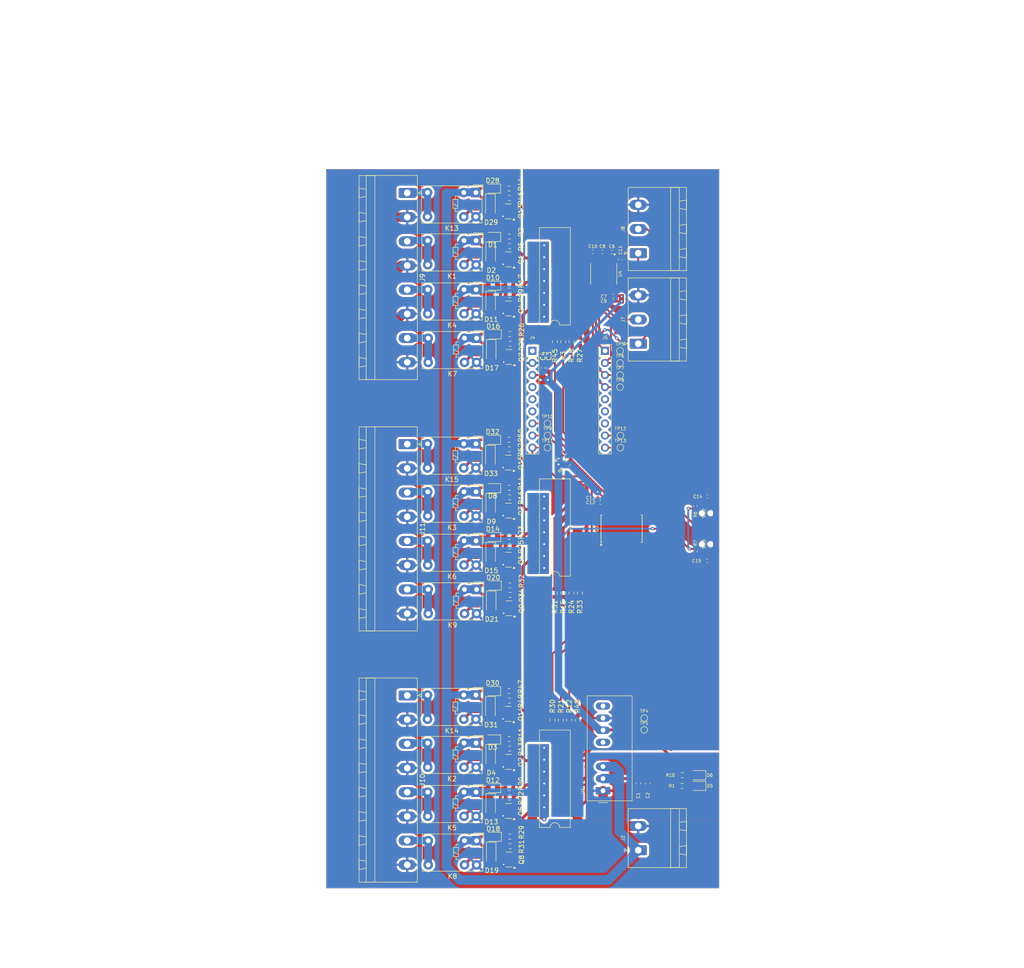
<source format=kicad_pcb>
(kicad_pcb (version 20240108) (generator "pcbnew") (generator_version "8.0")
  (layers (0 "F.Cu" signal) (31 "B.Cu" signal) (34 "B.Paste" user) (35 "F.Paste" user) (36 "B.SilkS" user "B.Silkscreen") (37 "F.SilkS" user "F.Silkscreen") (38 "B.Mask" user) (39 "F.Mask" user) (44 "Edge.Cuts" user))
  (net 0 "")
  (net 1 "GND")
  (net 2 "+12V")
  (net 3 "+3V3")
  (net 4 "GNDREF")
  (net 5 "Net-(U4-C1-)")
  (net 6 "/Relay-Module/RELAY_OUT_01")
  (net 7 "Net-(U4-C1+)")
  (net 10 "+5V")
  (net 11 "Net-(U4-C2+)")
  (net 12 "Net-(U4-C2-)")
  (net 13 "Net-(U4-VS-)")
  (net 14 "Net-(U4-VS+)")
  (net 15 "BTN_01")
  (net 16 "BTN_02")
  (net 17 "/Relay-Module/RELAY_OUT_03")
  (net 18 "/Relay-Module/RELAY_OUT_02")
  (net 19 "/Relay-Module/RELAY_OUT_04")
  (net 20 "/Relay-Module1/RELAY_OUT_04")
  (net 21 "/Relay-Module1/RELAY_OUT_03")
  (net 22 "/Relay-Module1/RELAY_OUT_01")
  (net 23 "/Relay-Module1/RELAY_OUT_02")
  (net 24 "/Relay-Module2/RELAY_OUT_02")
  (net 25 "/Relay-Module2/RELAY_OUT_01")
  (net 26 "/Relay-Module2/RELAY_OUT_03")
  (net 27 "/Relay-Module2/RELAY_OUT_04")
  (net 28 "RS232_1_RX")
  (net 29 "RS232_1_TX")
  (net 30 "RS232_2_TX")
  (net 31 "RS232_2_RX")
  (net 36 "Net-(D1-K)")
  (net 37 "Net-(D5-A)")
  (net 38 "Net-(D6-A)")
  (net 39 "Net-(D2-A)")
  (net 40 "RELAY_IN_01")
  (net 41 "RELAY_IN_12")
  (net 42 "RELAY_IN_03")
  (net 43 "RELAY_IN_11")
  (net 44 "RELAY_IN_02")
  (net 45 "RELAY_IN_07")
  (net 46 "RELAY_IN_10")
  (net 47 "RELAY_IN_06")
  (net 48 "RELAY_IN_09")
  (net 49 "RELAY_IN_05")
  (net 50 "RELAY_IN_08")
  (net 51 "RELAY_IN_04")
  (net 52 "Net-(D8-K)")
  (net 53 "Net-(D9-A)")
  (net 54 "Net-(D10-K)")
  (net 55 "Net-(D11-A)")
  (net 56 "Net-(D28-K)")
  (net 57 "Net-(D29-A)")
  (net 58 "Net-(D15-A)")
  (net 59 "Net-(D16-K)")
  (net 60 "Net-(D19-A)")
  (net 61 "Net-(D30-K)")
  (net 62 "Net-(D31-A)")
  (net 63 "/ESP_32_GPIO_01")
  (net 64 "/ESP_32_GPIO_02")
  (net 65 "/ESP_32_GPIO_00")
  (net 66 "I2C_INT")
  (net 67 "I2C_SCL")
  (net 68 "I2C_SDA")
  (net 69 "UART_1_TX")
  (net 70 "/ESP_32_GPIO_18")
  (net 71 "UART_1_RX")
  (net 72 "/ESP_32_GPIO_20")
  (net 73 "UART_2_RX")
  (net 74 "UART_2_TX")
  (net 75 "/ESP_32_GPIO_19")
  (net 76 "Net-(Q1-B)")
  (net 77 "Net-(Q3-B)")
  (net 78 "Net-(Q4-B)")
  (net 79 "Net-(D32-K)")
  (net 80 "Net-(Q6-B)")
  (net 81 "Net-(Q7-B)")
  (net 82 "Net-(Q8-B)")
  (net 83 "Net-(D33-A)")
  (net 84 "Net-(Q13-B)")
  (net 85 "Net-(Q14-B)")
  (net 86 "Net-(Q15-B)")
  (net 87 "/Relay-Module/Relay-NO-ISO/OPTO_LEFT_IN")
  (net 88 "/Relay-Module/Relay-NO-ISO/OPTO_RIGHT_OUT")
  (net 89 "/Relay-Module1/Relay-NO-ISO/OPTO_LEFT_IN")
  (net 90 "/Relay-Module1/Relay-NO-ISO/OPTO_RIGHT_OUT")
  (net 91 "/Relay-Module2/Relay-NO-ISO/OPTO_LEFT_IN")
  (net 92 "/Relay-Module2/Relay-NO-ISO/OPTO_RIGHT_OUT")
  (net 93 "Net-(D3-K)")
  (net 94 "Net-(D4-A)")
  (net 95 "Net-(D12-K)")
  (net 96 "Net-(D13-A)")
  (net 97 "Net-(D14-K)")
  (net 98 "Net-(D17-A)")
  (net 99 "Net-(D18-K)")
  (net 100 "Net-(D20-K)")
  (net 101 "Net-(D21-A)")
  (net 102 "Net-(Q2-B)")
  (net 103 "Net-(Q5-B)")
  (net 104 "Net-(Q9-B)")
  (net 105 "/Relay-Module/Relay-NO-ISO1/OPTO_LEFT_IN")
  (net 106 "/Relay-Module/Relay-NO-ISO1/OPTO_RIGHT_OUT")
  (net 107 "/Relay-Module1/Relay-NO-ISO1/OPTO_LEFT_IN")
  (net 108 "/Relay-Module1/Relay-NO-ISO1/OPTO_RIGHT_OUT")
  (net 109 "/Relay-Module2/Relay-NO-ISO1/OPTO_LEFT_IN")
  (net 110 "/Relay-Module2/Relay-NO-ISO1/OPTO_RIGHT_OUT")
  (net 111 "/Relay-Module/Relay-NO-ISO2/OPTO_LEFT_IN")
  (net 112 "/Relay-Module/Relay-NO-ISO2/OPTO_RIGHT_OUT")
  (net 113 "/Relay-Module1/Relay-NO-ISO2/OPTO_LEFT_IN")
  (net 114 "/Relay-Module1/Relay-NO-ISO2/OPTO_RIGHT_OUT")
  (net 115 "/Relay-Module2/Relay-NO-ISO2/OPTO_LEFT_IN")
  (net 116 "/Relay-Module2/Relay-NO-ISO2/OPTO_RIGHT_OUT")
  (net 117 "/Relay-Module/Relay-NO-ISO3/OPTO_LEFT_IN")
  (net 118 "/Relay-Module/Relay-NO-ISO3/OPTO_RIGHT_OUT")
  (net 119 "/Relay-Module1/Relay-NO-ISO3/OPTO_LEFT_IN")
  (net 120 "/Relay-Module1/Relay-NO-ISO3/OPTO_RIGHT_OUT")
  (net 121 "/Relay-Module2/Relay-NO-ISO3/OPTO_LEFT_IN")
  (net 122 "/Relay-Module2/Relay-NO-ISO3/OPTO_RIGHT_OUT")
  (footprint "Resistor_SMD:R_0603_1608Metric" (layer "F.Cu") (at 121.75 71.75 -90)
    (property "Reference" "R27")
    (property "Value" "220R")
  )
  (footprint "Resistor_SMD:R_0603_1608Metric" (layer "F.Cu") (at 107.0275 70.157501)
    (property "Reference" "R26")
    (property "Value" "1000R")
  )
  (footprint "Package_TO_SOT_SMD:SOT-23" (layer "F.Cu") (at 106.7025 44.3775 180)
    (property "Reference" "Q13")
    (property "Value" "2N3904")
  )
  (footprint "Package_TO_SOT_SMD:SOT-23" (layer "F.Cu") (at 106.7025 149.8775 180)
    (property "Reference" "Q14")
    (property "Value" "2N3904")
  )
  (footprint "Resistor_SMD:R_0603_1608Metric" (layer "F.Cu") (at 121.2525 151.175 90)
    (property "Reference" "R48")
    (property "Value" "220R")
  )
  (footprint "LED_SMD:LED_0805_2012Metric" (layer "F.Cu") (at 103.5625 70.177501 180)
    (property "Reference" "D16")
    (property "Value" "RED")
  )
  (footprint "Resistor_SMD:R_0402_1005Metric" (layer "F.Cu") (at 146 106.25 90)
    (property "Reference" "R6")
    (property "Value" "10K")
  )
  (footprint "Connector_PinSocket_2.54mm:PinSocket_1x09_P2.54mm_Vertical" (layer "F.Cu") (at 111.775 73.66)
    (property "Reference" "J4")
    (property "Value" "Conn_01x09")
  )
  (footprint "Relay_THT:Relay_SPDT_Omron_G5V-1" (layer "F.Cu") (at 100.06 71 -90)
    (property "Reference" "K7")
    (property "Value" "G5V-1")
  )
  (footprint "Resistor_SMD:R_0603_1608Metric" (layer "F.Cu") (at 107.0025 114.7075 180)
    (property "Reference" "R25")
    (property "Value" "660R")
  )
  (footprint "Capacitor_SMD:C_0402_1005Metric" (layer "F.Cu") (at 128.725 62.1375)
    (property "Reference" "C7")
    (property "Value" "1uF")
  )
  (footprint "Capacitor_SMD:C_0402_1005Metric" (layer "F.Cu") (at 126.475 52.8875)
    (property "Reference" "C8")
    (property "Value" "0.1uF")
  )
  (footprint "Resistor_SMD:R_0603_1608Metric" (layer "F.Cu") (at 107 104.4075 180)
    (property "Reference" "R16")
    (property "Value" "660R")
  )
  (footprint "Connector_Phoenix_MSTB:PhoenixContact_MSTBA_2,5_8-G-5,08_1x08_P5.08mm_Horizontal" (layer "F.Cu") (at 85.5 40.5 -90)
    (property "Reference" "J9")
    (property "Value" "Relay 1-4")
  )
  (footprint "Resistor_SMD:R_0603_1608Metric" (layer "F.Cu") (at 143.25 162.75 180)
    (property "Reference" "R10")
    (property "Value" "50R")
  )
  (footprint "Package_TO_SOT_SMD:SOT-23" (layer "F.Cu") (at 106.7525 64.7575 180)
    (property "Reference" "Q4")
    (property "Value" "2N3904")
  )
  (footprint "Resistor_SMD:R_0402_1005Metric" (layer "F.Cu") (at 146 115.75 -90)
    (property "Reference" "R7")
    (property "Value" "10K")
  )
  (footprint "TestPoint:TestPoint_Pad_D1.0mm" (layer "F.Cu") (at 114.935 93.98)
    (property "Reference" "TP11")
    (property "Value" "I2C_INT")
  )
  (footprint "Capacitor_SMD:C_0402_1005Metric" (layer "F.Cu") (at 130.225 54.5 -90)
    (property "Reference" "C11")
    (property "Value" "0.1uF")
  )
  (footprint "Relay_THT:Relay_SPDT_Omron_G5V-1" (layer "F.Cu") (at 99.96 113.55 -90)
    (property "Reference" "K6")
    (property "Value" "G5V-1")
  )
  (footprint "Resistor_SMD:R_0603_1608Metric" (layer "F.Cu") (at 107.0275 175.657501)
    (property "Reference" "R29")
    (property "Value" "1000R")
  )
  (footprint "Resistor_SMD:R_0603_1608Metric" (layer "F.Cu") (at 106.9525 41.5775 180)
    (property "Reference" "R46")
    (property "Value" "660R")
  )
  (footprint "TestPoint:TestPoint_Pad_D1.0mm" (layer "F.Cu") (at 135.25 153.25)
    (property "Reference" "TP1")
    (property "Value" "3V3")
  )
  (footprint "Resistor_SMD:R_0603_1608Metric" (layer "F.Cu") (at 107.1025 177.6575 180)
    (property "Reference" "R31")
    (property "Value" "660R")
  )
  (footprint "Resistor_SMD:R_0603_1608Metric" (layer "F.Cu") (at 117.7525 151.175 90)
    (property "Reference" "R21")
    (property "Value" "220R")
  )
  (footprint "Resistor_SMD:R_0603_1608Metric" (layer "F.Cu") (at 116.5 71.75 -90)
    (property "Reference" "R45")
    (property "Value" "220R")
  )
  (footprint "Connector_Phoenix_MSTB:PhoenixContact_MSTBA_2,5_2-G-5,08_1x02_P5.08mm_Horizontal" (layer "F.Cu") (at 134 178.5 90)
    (property "Reference" "J2")
    (property "Value" "Conn_01x02")
  )
  (footprint "Resistor_SMD:R_0603_1608Metric" (layer "F.Cu") (at 107 157.1575 180)
    (property "Reference" "R13")
    (property "Value" "660R")
  )
  (footprint "TestPoint:TestPoint_Pad_D1.0mm" (layer "F.Cu") (at 130.25 91.44)
    (property "Reference" "TP12")
    (property "Value" "BTN_01")
  )
  (footprint "LED_SMD:LED_0805_2012Metric" (layer "F.Cu") (at 103.5625 122.927501 180)
    (property "Reference" "D20")
    (property "Value" "RED")
  )
  (footprint "Package_TO_SOT_SMD:SOT-23" (layer "F.Cu") (at 106.75 159.9575 180)
    (property "Reference" "Q2")
    (property "Value" "2N3904")
  )
  (footprint "LED_SMD:LED_0805_2012Metric" (layer "F.Cu") (at 103.4625 165.477501 180)
    (property "Reference" "D12")
    (property "Value" "RED")
  )
  (footprint "Package_TO_SOT_SMD:SOT-23" (layer "F.Cu") (at 106.8525 74.9575 180)
    (property "Reference" "Q7")
    (property "Value" "2N3904")
  )
  (footprint "Package_TO_SOT_SMD:SOT-23" (layer "F.Cu") (at 106.7025 97.1275 180)
    (property "Reference" "Q15")
    (property "Value" "2N3904")
  )
  (footprint "Relay_THT:Relay_SPDT_Omron_G5V-1" (layer "F.Cu") (at 99.91 40.42 -90)
    (property "Reference" "K13")
    (property "Value" "G5V-1")
  )
  (footprint "TestPoint:TestPoint_Pad_D1.0mm" (layer "F.Cu") (at 114.935 88.9)
    (property "Reference" "TP10")
    (property "Value" "I2C_SCL")
  )
  (footprint "Capacitor_SMD:C_0402_1005Metric" (layer "F.Cu") (at 124.475 52.8875)
    (property "Reference" "C10")
    (property "Value" "0.1uF")
  )
  (footprint "Resistor_SMD:R_0603_1608Metric" (layer "F.Cu") (at 107.1025 72.1575 180)
    (property "Reference" "R28")
    (property "Value" "660R")
  )
  (footprint "Package_TO_SOT_SMD:SOT-23" (layer "F.Cu") (at 106.75 54.4575 180)
    (property "Reference" "Q1")
    (property "Value" "2N3904")
  )
  (footprint "Package_DIP:SMDIP-16_W9.53mm" (layer "F.Cu") (at 116.5 163.5 180)
    (property "Reference" "U5" (hide yes))
    (property "Value" "LTV-847S")
  )
  (footprint "Capacitor_SMD:C_0402_1005Metric" (layer "F.Cu") (at 114 77.25 -90)
    (property "Reference" "C4")
    (property "Value" "1uF")
  )
  (footprint "Resistor_SMD:R_0603_1608Metric" (layer "F.Cu") (at 107.0025 61.9575 180)
    (property "Reference" "R19")
    (property "Value" "660R")
  )
  (footprint "Diode_SMD:D_SOD-123" (layer "F.Cu") (at 103.025 168.98 -90)
    (property "Reference" "D13")
    (property "Value" "1N4148W")
  )
  (footprint "Package_DIP:SMDIP-16_W9.53mm" (layer "F.Cu") (at 116.5 110.75 180)
    (property "Reference" "U6" (hide yes))
    (property "Value" "LTV-847S")
  )
  (footprint "Diode_SMD:D_SOD-123" (layer "F.Cu") (at 103.025 116.23 -90)
    (property "Reference" "D15")
    (property "Value" "1N4148W")
  )
  (footprint "Relay_THT:Relay_SPDT_Omron_G5V-1" (layer "F.Cu") (at 100.06 123.75 -90)
    (property "Reference" "K9")
    (property "Value" "G5V-1")
  )
  (footprint "TestPoint:TestPoint_Pad_D1.0mm" (layer "F.Cu") (at 130.175 81.28)
    (property "Reference" "TP8")
    (property "Value" "UART_2_RX")
  )
  (footprint "Package_SO:TSSOP-16_4.4x5mm_P0.65mm" (layer "F.Cu") (at 126.75 57.5 -90)
    (property "Reference" "U4")
    (property "Value" "MAX3232")
  )
  (footprint "LED_SMD:LED_0805_2012Metric" (layer "F.Cu") (at 103.4125 145.097501 180)
    (property "Reference" "D30")
    (property "Value" "RED")
  )
  (footprint "Package_TO_SOT_SMD:SOT-23" (layer "F.Cu") (at 106.8525 180.4575 180)
    (property "Reference" "Q8")
    (property "Value" "2N3904")
  )
  (footprint "Resistor_SMD:R_0603_1608Metric" (layer "F.Cu") (at 119.5025 151.175 90)
    (property "Reference" "R12")
    (property "Value" "220R")
  )
  (footprint "Package_DIP:SMDIP-16_W9.53mm" (layer "F.Cu") (at 116.5 58 180)
    (property "Reference" "U2" (hide yes))
    (property "Value" "LTV-847S")
  )
  (footprint "Diode_SMD:D_SOD-123" (layer "F.Cu") (at 103.0225 105.93 -90)
    (property "Reference" "D9")
    (property "Value" "1N4148W")
  )
  (footprint "Resistor_SMD:R_0603_1608Metric" (layer "F.Cu") (at 107.0275 122.907501)
    (property "Reference" "R32")
    (property "Value" "1000R")
  )
  (footprint "Resistor_SMD:R_0603_1608Metric" (layer "F.Cu") (at 107.1025 124.9075 180)
    (property "Reference" "R34")
    (property "Value" "660R")
  )
  (footprint "Diode_SMD:D_SOD-123" (layer "F.Cu") (at 103.125 73.68 -90)
    (property "Reference" "D17")
    (property "Value" "1N4148W")
  )
  (footprint "Resistor_SMD:R_0603_1608Metric" (layer "F.Cu") (at 116.5 124.5 -90)
    (property "Reference" "R51")
    (property "Value" "220R")
  )
  (footprint "Diode_SMD:D_SOD-123" (layer "F.Cu") (at 102.975 148.6 -90)
    (property "Reference" "D31")
    (property "Value" "1N4148W")
  )
  (footprint "Resistor_SMD:R_0603_1608Metric" (layer "F.Cu") (at 106.9275 112.707501)
    (property "Reference" "R23")
    (property "Value" "1000R")
  )
  (footprint "Diode_SMD:D_SOD-123" (layer "F.Cu") (at 103.0225 158.68 -90)
    (property "Reference" "D4")
    (property "Value" "1N4148W")
  )
  (footprint "Resistor_SMD:R_0603_1608Metric" (layer "F.Cu") (at 106.925 49.657501)
    (property "Reference" "R2")
    (property "Value" "1000R")
  )
  (footprint "Connector_PinSocket_2.54mm:PinSocket_1x09_P2.54mm_Vertical" (layer "F.Cu") (at 127.015 73.66)
    (property "Reference" "J5")
    (property "Value" "Conn_01x09")
  )
  (footprint "TestPoint:TestPoint_Pad_D1.0mm" (layer "F.Cu") (at 130.175 76.2)
    (property "Reference" "TP6")
    (property "Value" "UART_1_RX")
  )
  (footprint "Resistor_SMD:R_0603_1608Metric" (layer "F.Cu") (at 106.9525 147.0775 180)
    (property "Reference" "R49")
    (property "Value" "660R")
  )
  (footprint "Package_SO:SSOP-24_5.3x8.2mm_P0.65mm" (layer "F.Cu") (at 130.5 111 90)
    (property "Reference" "U3")
    (property "Value" "PCF8575DBR")
  )
  (footprint "Relay_THT:Relay_SPDT_Omron_G5V-1" (layer "F.Cu") (at 99.9575 103.25 -90)
    (property "Reference" "K3")
    (property "Value" "G5V-1")
  )
  (footprint "Resistor_SMD:R_0603_1608Metric" (layer "F.Cu") (at 143.215 165)
    (property "Reference" "R1")
    (property "Value" "1000R")
  )
  (footprint "Switch:PTS841" (layer "F.Cu") (at 148.25 107.75 90)
    (property "Reference" "SW2")
    (property "Value" "SW_SPST")
  )
  (footprint "LED_SMD:LED_0805_2012Metric" (layer "F.Cu") (at 103.4125 92.347501 180)
    (property "Reference" "D32")
    (property "Value" "RED")
  )
  (footprint "Resistor_SMD:R_0603_1608Metric" (layer "F.Cu") (at 116.002501 151.175 90)
    (property "Reference" "R30")
    (property "Value" "220R")
  )
  (footprint "LED_SMD:LED_0805_2012Metric" (layer "F.Cu") (at 103.4375 155.25 180)
    (property "Reference" "D3")
    (property "Value" "RED")
  )
  (footprint "TestPoint:TestPoint_Pad_D1.0mm" (layer "F.Cu") (at 114.935 91.44)
    (property "Reference" "TP9")
    (property "Value" "I2C_SDA")
  )
  (footprint "Capacitor_SMD:C_0402_1005Metric" (layer "F.Cu") (at 126.02 105.5)
    (property "Reference" "C12")
    (property "Value" "1uF")
  )
  (footprint "Resistor_SMD:R_0603_1608Metric" (layer "F.Cu") (at 107 51.6575 180)
    (property "Reference" "R5")
    (property "Value" "660R")
  )
  (footprint "Resistor_SMD:R_0603_1608Metric" (layer "F.Cu") (at 119.25 97.25 45)
    (property "Reference" "R8")
    (property "Value" "4K7")
  )
  (footprint "Capacitor_SMD:C_0603_1608Metric" (layer "F.Cu") (at 136 164.5 -90)
    (property "Reference" "C2")
    (property "Value" "10u")
  )
  (footprint "Resistor_SMD:R_0603_1608Metric" (layer "F.Cu") (at 120 124.5 -90)
    (property "Reference" "R24")
    (property "Value" "220R")
  )
  (footprint "LED_SMD:LED_0805_2012Metric" (layer "F.Cu") (at 103.4625 59.977501 180)
    (property "Reference" "D10")
    (property "Value" "RED")
  )
  (footprint "Capacitor_SMD:C_0603_1608Metric" (layer "F.Cu") (at 115.25 77.25 90)
    (property "Reference" "C3")
    (property "Value" "10u")
  )
  (footprint "Resistor_SMD:R_0603_1608Metric" (layer "F.Cu") (at 106.9275 165.457501)
    (property "Reference" "R20")
    (property "Value" "1000R")
  )
  (footprint "Resistor_SMD:R_0603_1608Metric" (layer "F.Cu") (at 106.925 102.407501)
    (property "Reference" "R14")
    (property "Value" "1000R")
  )
  (footprint "Relay_THT:Relay_SPDT_Omron_G5V-1" (layer "F.Cu") (at 99.9575 50.5 -90)
    (property "Reference" "K1")
    (property "Value" "G5V-1")
  )
  (footprint "Relay_THT:Relay_SPDT_Omron_G5V-1" (layer "F.Cu") (at 99.91 145.92 -90)
    (property "Reference" "K14")
    (property "Value" "G5V-1")
  )
  (footprint "LED_SMD:LED_0805_2012Metric" (layer "F.Cu") (at 103.4625 112.727501 180)
    (property "Reference" "D14")
    (property "Value" "RED")
  )
  (footprint "Resistor_SMD:R_0603_1608Metric" (layer "F.Cu") (at 107.0025 167.4575 180)
    (property "Reference" "R22")
    (property "Value" "660R")
  )
  (footprint "Resistor_SMD:R_0603_1608Metric" (layer "F.Cu") (at 106.8775 92.327501)
    (property "Reference" "R50")
    (property "Value" "1000R")
  )
  (footprint "Diode_SMD:D_SOD-123" (layer "F.Cu") (at 103.025 63.48 -90)
    (property "Reference" "D11")
    (property "Value" "1N4148W")
  )
  (footprint "Capacitor_SMD:C_0402_1005Metric" (layer "F.Cu") (at 148.52 104.25 180)
    (property "Reference" "C14")
    (property "Value" "1uF")
  )
  (footprint "TestPoint:TestPoint_Pad_D1.0mm" (layer "F.Cu") (at 130.175 73.66)
    (property "Reference" "TP5")
    (property "Value" "UART_1_TX")
  )
  (footprint "LED_SMD:LED_0805_2012Metric" (layer "F.Cu") (at 103.5625 175.677501 180)
    (property "Reference" "D18")
    (property "Value" "RED")
  )
  (footprint "Diode_SMD:D_SOD-123" (layer "F.Cu") (at 103.125 179.18 -90)
    (property "Reference" "D19")
    (property "Value" "1N4148W")
  )
  (footprint "Diode_SMD:D_SOD-123" (layer "F.Cu") (at 103.125 126.43 -90)
    (property "Reference" "D21")
    (property "Value" "1N4148W")
  )
  (footprint "TestPoint:TestPoint_Pad_D1.0mm" (layer "F.Cu") (at 130.25 93.98)
    (property "Reference" "TP13")
    (property "Value" "BTN_02")
  )
  (footprint "Capacitor_SMD:C_0402_1005Metric" (layer "F.Cu") (at 126.02 104.5)
    (property "Reference" "C13")
    (property "Value" "0.1uF")
  )
  (footprint "Capacitor_SMD:C_0603_1608Metric" (layer "F.Cu") (at 134 164.5 -90)
    (property "Reference" "C1")
    (property "Value" "10u")
  )
  (footprint "Resistor_SMD:R_0603_1608Metric" (layer "F.Cu") (at 121.75 124.5 -90)
    (property "Reference" "R33")
    (property "Value" "220R")
  )
  (footprint "Resistor_SMD:R_0603_1608Metric" (layer "F.Cu") (at 106.9275 59.957501)
    (property "Reference" "R17")
    (property "Value" "1000R")
  )
  (footprint "Resistor_SMD:R_0603_1608Metric" (layer "F.Cu") (at 106.925 155.157501)
    (property "Reference" "R11")
    (property "Value" "1000R")
  )
  (footprint "Package_TO_SOT_SMD:SOT-23" (layer "F.Cu") (at 106.75 107.2075 180)
    (property "Reference" "Q3")
    (property "Value" "2N3904")
  )
  (footprint "Diode_SMD:D_SOD-123" (layer "F.Cu") (at 102.975 95.85 -90)
    (property "Reference" "D33")
    (property "Value" "1N4148W")
  )
  (footprint "TestPoint:TestPoint_Pad_D1.0mm" (layer "F.Cu") (at 135.25 150.75)
    (property "Reference" "TP4")
    (property "Value" "GND_ISO")
  )
  (footprint "Connector_Phoenix_MSTB:PhoenixContact_MSTBA_2,5_8-G-5,08_1x08_P5.08mm_Horizontal" (layer "F.Cu") (at 85.5 93.25 -90)
    (property "Reference" "J11")
    (property "Value" "Relay 1-4")
  )
  (footprint "Relay_THT:Relay_SPDT_Omron_G5V-1" (layer "F.Cu") (at 99.96 166.3 -90)
    (property "Reference" "K5")
    (property "Value" "G5V-1")
  )
  (footprint "Resistor_SMD:R_0603_1608Metric" (layer "F.Cu") (at 118.25 71.75 -90)
    (property "Reference" "R3")
    (property "Value" "220R")
  )
  (footprint "LED_SMD:LED_0805_2012Metric" (layer "F.Cu") (at 103.4375 102.5 180)
    (property "Reference" "D8")
    (property "Value" "RED")
  )
  (footprint "Connector_Phoenix_MSTB:PhoenixContact_MSTBA_2,5_3-G-5,08_1x03_P5.08mm_Horizontal" (layer "F.Cu") (at 134 53.16 90)
    (property "Reference" "J8")
    (property "Value" "RS232_2")
  )
  (footprint "Resistor_SMD:R_0603_1608Metric" (layer "F.Cu") (at 118.5 95 -135)
    (property "Reference" "R4")
    (property "Value" "4K7")
  )
  (footprint "Relay_THT:Relay_SPDT_Omron_G5V-1" (layer "F.Cu") (at 100.06 176.5 -90)
    (property "Reference" "K8")
    (property "Value" "G5V-1")
  )
  (footprint "Resistor_SMD:R_0603_1608Metric" (layer "F.Cu") (at 120 71.75 -90)
    (property "Reference" "R18")
    (property "Value" "220R")
  )
  (footprint "Relay_THT:Relay_SPDT_Omron_G5V-1" (layer "F.Cu") (at 99.9575 156 -90)
    (property "Reference" "K2")
    (property "Value" "G5V-1")
  )
  (footprint "Switch:PTS841" (layer "F.Cu") (at 148.25 114.25 90)
    (property "Reference" "SW3")
    (property "Value" "SW_SPST")
  )
  (footprint "Resistor_SMD:R_0603_1608Metric" (layer "F.Cu") (at 106.8775 39.577501)
    (property "Reference" "R44")
    (property "Value" "1000R")
  )
  (footprint "TestPoint:TestPoint_Pad_D1.0mm" (layer "F.Cu") (at 130.175 78.74)
    (property "Reference" "TP7")
    (property "Value" "UART_2_TX")
  )
  (footprint "Resistor_SMD:R_0603_1608Metric" (layer "F.Cu") (at 118.25 124.5 -90)
    (property "Reference" "R15")
    (property "Value" "220R")
  )
  (footprint "LED_SMD:LED_0805_2012Metric" (layer "F.Cu") (at 103.4125 39.597501 180)
    (property "Reference" "D28")
    (property "Value" "RED")
  )
  (footprint "Resistor_SMD:R_0603_1608Metric" (layer "F.Cu") (at 106.8775 145.077501)
    (property "Reference" "R47")
    (property "Value" "1000R")
  )
  (footprint "LED_SMD:LED_0805_2012Metric" (layer "F.Cu") (at 146.5 165 180)
    (property "Reference" "D5")
    (property "Value" "Green")
  )
  (footprint "Package_TO_SOT_SMD:SOT-23" (layer "F.Cu") (at 106.7525 117.5075 180)
    (property "Reference" "Q6")
    (property "Value" "2N3904")
  )
  (footprint "Relay_THT:Relay_SPDT_Omron_G5V-1" (layer "F.Cu") (at 99.91 93.17 -90)
    (property "Reference" "K15")
    (property "Value" "G5V-1")
  )
  (footprint "Resistor_SMD:R_0603_1608Metric" (layer "F.Cu") (at 106.9525 94.3275 180)
    (property "Reference" "R52")
    (property "Value" "660R")
  )
  (footprint "Package_TO_SOT_SMD:SOT-23" (layer "F.Cu") (at 106.7525 170.2575 180)
    (property "Reference" "Q5")
    (property "Value" "2N3904")
  )
  (footprint "Capacitor_SMD:C_0402_1005Metric" (layer "F.Cu") (at 128.475 52.9075 180)
    (property "Reference" "C6")
    (property "Value" "0.1uF")
  )
  (footprint "Relay_THT:Relay_SPDT_Omron_G5V-1" (layer "F.Cu") (at 99.96 60.8 -90)
    (property "Reference" "K4")
    (property "Value" "G5V-1")
  )
  (footprint "Connector_Phoenix_MSTB:PhoenixContact_MSTBA_2,5_8-G-5,08_1x08_P5.08mm_Horizontal" (layer "F.Cu") (at 85.5 146 -90)
    (property "Reference" "J10")
    (property "Value" "Relay 1-4")
  )
  (footprint "Capacitor_SMD:C_0402_1005Metric" (layer "F.Cu") (at 128.75 63.25)
    (property "Reference" "C9")
    (property "Value" "0.1uF")
  )
  (footprint "Capacitor_SMD:C_0402_1005Metric" (layer "F.Cu") (at 148.48 117.75 180)
    (property "Reference" "C15")
    (property "Value" "1uF")
  )
  (footprint "LED_SMD:LED_0805_2012Metric" (layer "F.Cu") (at 146.5 162.75 180)
    (property "Reference" "D6")
    (property "Value" "Green")
  )
  (footprint "LED_SMD:LED_0805_2012Metric" (layer "F.Cu") (at 103.4375 49.75 180)
    (property "Reference" "D1")
    (property "Value" "RED")
  )
  (footprint "Diode_SMD:D_SOD-123" (layer "F.Cu") (at 102.975 43.1 -90)
    (property "Reference" "D29")
    (property "Value" "1N4148W")
  )
  (footprint "Connector_Phoenix_MSTB:PhoenixContact_MSTBA_2,5_3-G-5,08_1x03_P5.08mm_Horizontal" (layer "F.Cu") (at 134 72.16 90)
    (property "Reference" "J7")
    (property "Value" "RS232_1")
  )
  (footprint "Converter_DCDC:Converter_DCDC_TRACO_TMR-xxxx_THT" (layer "F.Cu") (at 126.6 166.0075 90)
    (property "Reference" "U1")
    (property "Value" "TEC2-1210WI")
  )
  (footprint "Diode_SMD:D_SOD-123" (layer "F.Cu") (at 103.0225 53.18 -90)
    (property "Reference" "D2")
    (property "Value" "1N4148W")
  )
  (footprint "Package_TO_SOT_SMD:SOT-23" (layer "F.Cu") (at 106.8525 127.7075 180)
    (property "Reference" "Q9")
    (property "Value" "2N3904")
  )
  (gr_rect (start 68.5 35.5) (end 151 186.5) (stroke (width 0.05)) (fill none) (layer "Edge.Cuts"))
  (segment (start 145.1875 167.25) (end 147.4375 165) (width 0.6) (layer "F.Cu") (net 1))
  (segment (start 105.65 65.8) (end 107.26 65.8) (width 0.6) (layer "F.Cu") (net 1))
  (segment (start 126.6 166.0075) (end 133.2675 166.0075) (width 0.6) (layer "F.Cu") (net 1))
  (segment (start 107.2575 161) (end 107.375 160.8825) (width 0.6) (layer "F.Cu") (net 1))
  (segment (start 107.36 181.5) (end 107.4775 181.3825) (width 0.6) (layer "F.Cu") (net 1))
  (segment (start 134 165.275) (end 136 165.275) (width 0.6) (layer "F.Cu") (net 1))
  (segment (start 85.5 55.74) (end 84.26 55.74) (width 2) (layer "F.Cu") (net 1))
  (segment (start 105.6475 108.25) (end 107.2575 108.25) (width 0.6) (layer "F.Cu") (net 1))
  (segment (start 82.92 45.58) (end 85.5 45.58) (width 2) (layer "F.Cu") (net 1))
  (segment (start 105.75 181.5) (end 107.36 181.5) (width 0.6) (layer "F.Cu") (net 1))
  (segment (start 136 165.275) (end 137.975 167.25) (width 0.6) (layer "F.Cu") (net 1))
  (segment (start 131.83 173.42) (end 120.75 184.5) (width 2) (layer "F.Cu") (net 1))
  (segment (start 105.6475 55.5) (end 107.2575 55.5) (width 0.6) (layer "F.Cu") (net 1))
  (segment (start 81 47.5) (end 82.92 45.58) (width 2) (layer "F.Cu") (net 1))
  (segment (start 107.26 65.8) (end 107.3775 65.6825) (width 0.6) (layer "F.Cu") (net 1))
  (segment (start 84.6 65.9) (end 81 69.5) (width 2) (layer "F.Cu") (net 1))
  (segment (start 137.975 167.25) (end 145.1875 167.25) (width 0.6) (layer "F.Cu") (net 1))
  (segment (start 107.21 150.92) (end 107.3275 150.8025) (width 0.6) (layer "F.Cu") (net 1))
  (segment (start 105.6 98.17) (end 107.21 98.17) (width 0.6) (layer "F.Cu") (net 1))
  (segment (start 84.26 55.74) (end 81 59) (width 2) (layer "F.Cu") (net 1))
  (segment (start 107.26 171.3) (end 107.3775 171.1825) (width 0.6) (layer "F.Cu") (net 1))
  (segment (start 133.2675 166.0075) (end 134 165.275) (width 0.6) (layer "F.Cu") (net 1))
  (segment (start 81 183) (end 81 69.5) (width 2) (layer "F.Cu") (net 1))
  (segment (start 107.21 45.42) (end 107.3275 45.3025) (width 0.6) (layer "F.Cu") (net 1))
  (segment (start 85.5 65.9) (end 84.6 65.9) (width 2) (layer "F.Cu") (net 1))
  (segment (start 105.6475 161) (end 107.2575 161) (width 0.6) (layer "F.Cu") (net 1))
  (segment (start 105.6 45.42) (end 107.21 45.42) (width 0.6) (layer "F.Cu") (net 1))
  (segment (start 105.75 128.75) (end 107.36 128.75) (width 0.6) (layer "F.Cu") (net 1))
  (segment (start 82.5 184.5) (end 81 183) (width 2) (layer "F.Cu") (net 1))
  (segment (start 130.42 173.42) (end 126.6 169.6) (width 2) (layer "F.Cu") (net 1))
  (segment (start 134 173.42) (end 130.42 173.42) (width 2) (layer "F.Cu") (net 1))
  (segment (start 105.65 118.55) (end 107.26 118.55) (width 0.6) (layer "F.Cu") (net 1))
  (segment (start 105.75 76) (end 107.36 76) (width 0.6) (layer "F.Cu") (net 1))
  (segment (start 105.65 171.3) (end 107.26 171.3) (width 0.6) (layer "F.Cu") (net 1))
  (segment (start 107.2575 55.5) (end 107.375 55.3825) (width 0.6) (layer "F.Cu") (net 1))
  (segment (start 107.2575 108.25) (end 107.375 108.1325) (width 0.6) (layer "F.Cu") (net 1))
  (segment (start 107.36 128.75) (end 107.4775 128.6325) (width 0.6) (layer "F.Cu") (net 1))
  (segment (start 107.36 76) (end 107.4775 75.8825) (width 0.6) (layer "F.Cu") (net 1))
  (segment (start 105.6 150.92) (end 107.21 150.92) (width 0.6) (layer "F.Cu") (net 1))
  (segment (start 107.26 118.55) (end 107.3775 118.4325) (width 0.6) (layer "F.Cu") (net 1))
  (segment (start 107.21 98.17) (end 107.3275 98.0525) (width 0.6) (layer "F.Cu") (net 1))
  (segment (start 126.6 169.6) (end 126.6 166.0075) (width 2) (layer "F.Cu") (net 1))
  (segment (start 81 69.5) (end 81 59) (width 2) (layer "F.Cu") (net 1))
  (segment (start 81 59) (end 81 47.5) (width 2) (layer "F.Cu") (net 1))
  (segment (start 120.75 184.5) (end 82.5 184.5) (width 2) (layer "F.Cu") (net 1))
  (segment (start 134 173.42) (end 131.83 173.42) (width 2) (layer "F.Cu") (net 1))
  (via (at 105.65 171.3) (size 0.7) (drill 0.3) (layers "F.Cu" "B.Cu") (net 1))
  (via (at 105.65 65.8) (size 0.7) (drill 0.3) (layers "F.Cu" "B.Cu") (net 1))
  (via (at 105.75 128.75) (size 0.7) (drill 0.3) (layers "F.Cu" "B.Cu") (net 1))
  (via (at 105.75 181.5) (size 0.7) (drill 0.3) (layers "F.Cu" "B.Cu") (net 1))
  (via (at 105.6 150.92) (size 0.7) (drill 0.3) (layers "F.Cu" "B.Cu") (net 1))
  (via (at 105.75 76) (size 0.7) (drill 0.3) (layers "F.Cu" "B.Cu") (net 1))
  (via (at 105.6475 161) (size 0.7) (drill 0.3) (layers "F.Cu" "B.Cu") (net 1))
  (via (at 105.6475 108.25) (size 0.7) (drill 0.3) (layers "F.Cu" "B.Cu") (net 1))
  (via (at 105.6 98.17) (size 0.7) (drill 0.3) (layers "F.Cu" "B.Cu") (net 1))
  (via (at 105.6475 55.5) (size 0.7) (drill 0.3) (layers "F.Cu" "B.Cu") (net 1))
  (via (at 105.6 45.42) (size 0.7) (drill 0.3) (layers "F.Cu" "B.Cu") (net 1))
  (via (at 105.65 118.55) (size 0.7) (drill 0.3) (layers "F.Cu" "B.Cu") (net 1))
  (segment (start 102.93 94.2) (end 101.075 94.2) (width 0.6) (layer "F.Cu") (net 2))
  (segment (start 101.075 146.95) (end 99.9525 145.8275) (width 0.6) (layer "F.Cu") (net 2))
  (segment (start 102.665 70.1575) (end 100.8525 70.1575) (width 0.6) (layer "F.Cu") (net 2))
  (segment (start 102.565 112.7075) (end 100.7525 112.7075) (width 0.6) (layer "F.Cu") (net 2))
  (segment (start 139.725 163.725) (end 136 163.725) (width 0.6) (layer "F.Cu") (net 2))
  (segment (start 102.9775 157.03) (end 101.1225 157.03) (width 0.6) (layer "F.Cu") (net 2))
  (segment (start 100.7525 59.9575) (end 100.0025 60.7075) (width 0.6) (layer "F.Cu") (net 2))
  (segment (start 100.75 155.1575) (end 100 155.9075) (width 0.6) (layer "F.Cu") (net 2))
  (segment (start 100.7525 112.7075) (end 100.0025 113.4575) (width 0.6) (layer "F.Cu") (net 2))
  (segment (start 101.225 72.03) (end 100.1025 70.9075) (width 0.6) (layer "F.Cu") (net 2))
  (segment (start 103.08 72.03) (end 101.225 72.03) (width 0.6) (layer "F.Cu") (net 2))
  (segment (start 102.565 165.4575) (end 100.7525 165.4575) (width 0.6) (layer "F.Cu") (net 2))
  (segment (start 102.515 92.3275) (end 100.7025 92.3275) (width 0.6) (layer "F.Cu") (net 2))
  (segment (start 101.075 94.2) (end 99.9525 93.0775) (width 0.6) (layer "F.Cu") (net 2))
  (segment (start 141 165) (end 139.725 163.725) (width 0.6) (layer "F.Cu") (net 2))
  (segment (start 100.7025 145.0775) (end 99.9525 145.8275) (width 0.6) (layer "F.Cu") (net 2))
  (segment (start 101.125 167.33) (end 100.0025 166.2075) (width 0.6) (layer "F.Cu") (net 2))
  (segment (start 102.565 59.9575) (end 100.7525 59.9575) (width 0.6) (layer "F.Cu") (net 2))
  (segment (start 100.8525 122.9075) (end 100.1025 123.6575) (width 0.6) (layer "F.Cu") (net 2))
  (segment (start 101.1225 104.28) (end 100 103.1575) (width 0.6) (layer "F.Cu") (net 2))
  (segment (start 102.665 122.9075) (end 100.8525 122.9075) (width 0.6) (layer "F.Cu") (net 2))
  (segment (start 136 163.725) (end 134 163.725) (width 0.6) (layer "F.Cu") (net 2))
  (segment (start 101.1225 157.03) (end 100 155.9075) (width 0.6) (layer "F.Cu") (net 2))
  (segment (start 142.39 165) (end 141 165) (width 0.6) (layer "F.Cu") (net 2))
  (segment (start 102.98 114.58) (end 101.125 114.58) (width 0.6) (layer "F.Cu") (net 2))
  (segment (start 102.93 41.45) (end 101.075 41.45) (width 0.6) (layer "F.Cu") (net 2))
  (segment (start 100.7525 165.4575) (end 100.0025 166.2075) (width 0.6) (layer "F.Cu") (net 2))
  (segment (start 101.225 124.78) (end 100.1025 123.6575) (width 0.6) (layer "F.Cu") (net 2))
  (segment (start 101.1225 51.53) (end 100 50.4075) (width 0.6) (layer "F.Cu") (net 2))
  (segment (start 100.75 102.4075) (end 100 103.1575) (width 0.6) (layer "F.Cu") (net 2))
  (segment (start 100.7025 92.3275) (end 99.9525 93.0775) (width 0.6) (layer "F.Cu") (net 2))
  (segment (start 102.9775 104.28) (end 101.1225 104.28) (width 0.6) (layer "F.Cu") (net 2))
  (segment (start 101.125 114.58) (end 100.0025 113.4575) (width 0.6) (layer "F.Cu") (net 2))
  (segment (start 102.98 61.83) (end 101.125 61.83) (width 0.6) (layer "F.Cu") (net 2))
  (segment (start 102.665 175.6575) (end 100.8525 175.6575) (width 0.6) (layer "F.Cu") (net 2))
  (segment (start 102.93 146.95) (end 101.075 146.95) (width 0.6) (layer "F.Cu") (net 2))
  (segment (start 100.75 49.6575) (end 100 50.4075) (width 0.6) (layer "F.Cu") (net 2))
  (segment (start 100.7025 39.5775) (end 99.9525 40.3275) (width 0.6) (layer "F.Cu") (net 2))
  (segment (start 126.6 163.4675) (end 133.7425 163.4675) (width 0.6) (layer "F.Cu") (net 2))
  (segment (start 101.075 41.45) (end 99.9525 40.3275) (width 0.6) (layer "F.Cu") (net 2))
  (segment (start 100.8525 70.1575) (end 100.1025 70.9075) (width 0.6) (layer "F.Cu") (net 2))
  (segment (start 101.225 177.53) (end 100.1025 176.4075) (width 0.6) (layer "F.Cu") (net 2))
  (segment (start 102.5625 102.4075) (end 100.75 102.4075) (width 0.6) (layer "F.Cu") (net 2))
  (segment (start 103.08 124.78) (end 101.225 124.78) (width 0.6) (layer "F.Cu") (net 2))
  (segment (start 103.08 177.53) (end 101.225 177.53) (width 0.6) (layer "F.Cu") (net 2))
  (segment (start 102.515 145.0775) (end 100.7025 145.0775) (width 0.6) (layer "F.Cu") (net 2))
  (segment (start 101.125 61.83) (end 100.0025 60.7075) (width 0.6) (layer "F.Cu") (net 2))
  (segment (start 102.515 39.5775) (end 100.7025 39.5775) (width 0.6) (layer "F.Cu") (net 2))
  (segment (start 133.7425 163.4675) (end 134 163.725) (width 0.6) (layer "F.Cu") (net 2))
  (segment (start 102.9775 51.53) (end 101.1225 51.53) (width 0.6) (layer "F.Cu") (net 2))
  (segment (start 102.5625 49.6575) (end 100.75 49.6575) (width 0.6) (layer "F.Cu") (net 2))
  (segment (start 102.98 167.33) (end 101.125 167.33) (width 0.6) (layer "F.Cu") (net 2))
  (segment (start 100.8525 175.6575) (end 100.1025 176.4075) (width 0.6) (layer "F.Cu") (net 2))
  (segment (start 102.5625 155.1575) (end 100.75 155.1575) (width 0.6) (layer "F.Cu") (net 2))
  (via (at 114.25 119.25) (size 0.9) (drill 0.4) (layers "F.Cu" "B.Cu") (net 2))
  (via (at 114.25 109.25) (size 0.9) (drill 0.4) (layers "F.Cu" "B.Cu") (net 2))
  (via (at 114.25 172) (size 0.9) (drill 0.4) (layers "F.Cu" "B.Cu") (net 2))
  (via (at 114.25 64) (size 0.9) (drill 0.4) (layers "F.Cu" "B.Cu") (net 2))
  (via (at 114.25 111.75) (size 0.9) (drill 0.4) (layers "F.Cu" "B.Cu") (net 2))
  (via (at 114.25 106.75) (size 0.9) (drill 0.4) (layers "F.Cu" "B.Cu") (net 2))
  (via (at 114.25 167) (size 0.9) (drill 0.4) (layers "F.Cu" "B.Cu") (net 2))
  (via (at 114.25 164.5) (size 0.9) (drill 0.4) (layers "F.Cu" "B.Cu") (net 2))
  (via (at 114.25 159.5) (size 0.9) (drill 0.4) (layers "F.Cu" "B.Cu") (net 2))
  (via (at 114.25 61.5) (size 0.9) (drill 0.4) (layers "F.Cu" "B.Cu") (net 2))
  (via (at 114.25 59) (size 0.9) (drill 0.4) (layers "F.Cu" "B.Cu") (net 2))
  (via (at 114.25 116.75) (size 0.9) (drill 0.4) (layers "F.Cu" "B.Cu") (net 2))
  (via (at 114.25 54) (size 0.9) (drill 0.4) (layers "F.Cu" "B.Cu") (net 2))
  (via (at 114.25 157) (size 0.9) (drill 0.4) (layers "F.Cu" "B.Cu") (net 2))
  (via (at 114.25 104.25) (size 0.9) (drill 0.4) (layers "F.Cu" "B.Cu") (net 2))
  (via (at 114.25 66.5) (size 0.9) (drill 0.4) (layers "F.Cu" "B.Cu") (net 2))
  (via (at 114.25 56.5) (size 0.9) (drill 0.4) (layers "F.Cu" "B.Cu") (net 2))
  (via (at 114.25 51.5) (size 0.9) (drill 0.4) (layers "F.Cu" "B.Cu") (net 2))
  (via (at 114.25 114.25) (size 0.9) (drill 0.4) (layers "F.Cu" "B.Cu") (net 2))
  (via (at 114.25 169.5) (size 0.9) (drill 0.4) (layers "F.Cu" "B.Cu") (net 2))
  (via (at 114.25 162) (size 0.9) (drill 0.4) (layers "F.Cu" "B.Cu") (net 2))
  (segment (start 99.96 60.8) (end 112.45 60.8) (width 1.6) (layer "B.Cu") (net 2))
  (segment (start 97.52 123.75) (end 93.75 127.52) (width 1.6) (layer "B.Cu") (net 2))
  (segment (start 93.75 128) (end 93.75 118.25) (width 2) (layer "B.Cu") (net 2))
  (segment (start 99.96 166.3) (end 113.55 166.3) (width 1.6) (layer "B.Cu") (net 2))
  (segment (start 97.46 103.1575) (end 100 103.1575) (width 1.6) (layer "B.Cu") (net 2))
  (segment (start 97.3575 50.48) (end 99.8975 50.48) (width 1.6) (layer "B.Cu") (net 2))
  (segment (start 96.5 184.75) (end 93.75 182) (width 2) (layer "B.Cu") (net 2))
  (segment (start 97.4175 50.5) (end 93.75 54.1675) (width 1.6) (layer "B.Cu") (net 2))
  (segment (start 93.75 75.25) (end 93.75 65.5) (width 2) (layer "B.Cu") (net 2))
  (segment (start 93.75 180.75) (end 93.75 171) (width 2) (layer "B.Cu") (net 2))
  (segment (start 97.4175 156) (end 93.75 159.6675) (width 1.6) (layer "B.Cu") (net 2))
  (segment (start 93.75 54.25) (end 93.75 40.5) (width 2) (layer "B.Cu") (net 2))
  (segment (start 134 178.5) (end 130 174.5) (width 2) (layer "B.Cu") (net 2))
  (segment (start 93.75 107) (end 93.75 93.25) (width 2) (layer "B.Cu") (net 2))
  (segment (start 93.75 128) (end 93.75 146) (width 2) (layer "B.Cu") (net 2))
  (segment (start 93.75 182) (end 93.75 180.75) (width 2) (layer "B.Cu") (net 2))
  (segment (start 97.5625 123.6575) (end 100.1025 123.6575) (width 1.6) (layer "B.Cu") (net 2))
  (segment (start 97.37 145.92) (end 93.83 145.92) (width 1.6) (layer "B.Cu") (net 2))
  (segment (start 93.75 54.1675) (end 93.75 54.25) (width 1.6) (layer "B.Cu") (net 2))
  (segment (start 93.75 75.25) (end 93.75 93.25) (width 2) (layer "B.Cu") (net 2))
  (segment (start 93.75 106.9175) (end 93.75 107) (width 1.6) (layer "B.Cu") (net 2))
  (segment (start 97.46 123.73) (end 100 123.73) (width 1.6) (layer "B.Cu") (net 2))
  (segment (start 97.4625 166.2075) (end 100.0025 166.2075) (width 1.6) (layer "B.Cu") (net 2))
  (segment (start 93.75 74.77) (end 93.75 75.25) (width 1.6) (layer "B.Cu") (net 2))
  (segment (start 130 162) (end 130 164.7575) (width 2) (layer "B.Cu") (net 2))
  (segment (start 97.36 60.78) (end 99.9 60.78) (width 1.6) (layer "B.Cu") (net 2))
  (segment (start 93.83 93.17) (end 93.75 93.25) (width 1.6) (layer "B.Cu") (net 2))
  (segment (start 97.52 176.5) (end 93.75 180.27) (width 1.6) (layer "B.Cu") (net 2))
  (segment (start 97.4125 145.8275) (end 99.9525 145.8275) (width 1.6) (layer "B.Cu") (net 2))
  (segment (start 97.36 113.53) (end 99.9 113.53) (width 1.6) (layer "B.Cu") (net 2))
  (segment (start 97.46 70.98) (end 100 70.98) (width 1.6) (layer "B.Cu") (net 2))
  (segment (start 93.75 159.6675) (end 93.75 159.75) (width 1.6) (layer "B.Cu") (net 2))
  (segment (start 97.4175 103.25) (end 93.75 106.9175) (width 1.6) (layer "B.Cu") (net 2))
  (segment (start 97.31 40.4) (end 99.85 40.4) (width 1.6) (layer "B.Cu") (net 2))
  (segment (start 93.75 159.75) (end 93.75 146) (width 2) (layer "B.Cu") (net 2))
  (segment (start 97.36 166.28) (end 99.9 166.28) (width 1.6) (layer "B.Cu") (net 2))
  (segment (start 130 164.7575) (end 128.71 163.4675) (width 2) (layer "B.Cu") (net 2))
  (segment (start 128.71 163.4675) (end 126.6 163.4675) (width 2) (layer "B.Cu") (net 2))
  (segment (start 93.75 65.5) (end 93.75 54.25) (width 2) (layer "B.Cu") (net 2))
  (segment (start 93.83 40.42) (end 93.75 40.5) (width 1.6) (layer "B.Cu") (net 2))
  (segment (start 128.9275 160.9275) (end 130 162) (width 2) (layer "B.Cu") (net 2))
  (segment (start 113.55 166.3) (end 114.25 167) (width 1.6) (layer "B.Cu") (net 2))
  (segment (start 112.45 60.8) (end 112.5 60.75) (width 1.6) (layer "B.Cu") (net 2))
  (segment (start 93.75 169.97) (end 93.75 171) (width 1.6) (layer "B.Cu") (net 2))
  (segment (start 99.96 113.55) (end 112.45 113.55) (width 1.6) (layer "B.Cu") (net 2))
  (segment (start 97.37 40.42) (end 93.83 40.42) (width 1.6) (layer "B.Cu") (net 2))
  (segment (start 97.4625 113.4575) (end 100.0025 113.4575) (width 1.6) (layer "B.Cu") (net 2))
  (segment (start 93.75 118.25) (end 93.75 107) (width 2) (layer "B.Cu") (net 2))
  (segment (start 97.5625 70.9075) (end 100.1025 70.9075) (width 1.6) (layer "B.Cu") (net 2))
  (segment (start 127.75 184.75) (end 96.5 184.75) (width 2) (layer "B.Cu") (net 2))
  (segment (start 97.4125 40.3275) (end 99.9525 40.3275) (width 1.6) (layer "B.Cu") (net 2))
  (segment (start 97.4625 60.7075) (end 100.0025 60.7075) (width 1.6) (layer "B.Cu") (net 2))
  (segment (start 93.75 171) (end 93.75 159.75) (width 2) (layer "B.Cu") (net 2))
  (segment (start 97.42 113.55) (end 93.75 117.22) (width 1.6) (layer "B.Cu") (net 2))
  (segment (start 130 174.5) (end 130 164.7575) (width 2) (layer "B.Cu") (net 2))
  (segment (start 97.37 93.17) (end 93.83 93.17) (width 1.6) (layer "B.Cu") (net 2))
  (segment (start 97.4125 93.0775) (end 99.9525 93.0775) (width 1.6) (layer "B.Cu") (net 2))
  (segment (start 97.46 176.48) (end 100 176.48) (width 1.6) (layer "B.Cu") (net 2))
  (segment (start 93.75 64.47) (end 93.75 65.5) (width 1.6) (layer "B.Cu") (net 2))
  (segment (start 134 178.5) (end 127.75 184.75) (width 2) (layer "B.Cu") (net 2))
  (segment (start 112.45 113.55) (end 112.5 113.5) (width 1.6) (layer "B.Cu") (net 2))
  (segment (start 93.83 145.92) (end 93.75 146) (width 1.6) (layer "B.Cu") (net 2))
  (segment (start 97.3575 155.98) (end 99.8975 155.98) (width 1.6) (layer "B.Cu") (net 2))
  (segment (start 97.42 60.8) (end 93.75 64.47) (width 1.6) (layer "B.Cu") (net 2))
  (segment (start 97.5625 176.4075) (end 100.1025 176.4075) (width 1.6) (layer "B.Cu") (net 2))
  (segment (start 97.3575 103.23) (end 99.8975 103.23) (width 1.6) (layer "B.Cu") (net 2))
  (segment (start 97.31 145.9) (end 99.85 145.9) (width 1.6) (layer "B.Cu") (net 2))
  (segment (start 97.42 166.3) (end 93.75 169.97) (width 1.6) (layer "B.Cu") (net 2))
  (segment (start 93.75 117.22) (end 93.75 118.25) (width 1.6) (layer "B.Cu") (net 2))
  (segment (start 97.31 93.15) (end 99.85 93.15) (width 1.6) (layer "B.Cu") (net 2))
  (segment (start 93.75 180.27) (end 93.75 180.75) (width 1.6) (layer "B.Cu") (net 2))
  (segment (start 97.46 155.9075) (end 100 155.9075) (width 1.6) (layer "B.Cu") (net 2))
  (segment (start 97.52 71) (end 93.75 74.77) (width 1.6) (layer "B.Cu") (net 2))
  (segment (start 93.75 127.52) (end 93.75 128) (width 1.6) (layer "B.Cu") (net 2))
  (segment (start 97.46 50.4075) (end 100 50.4075) (width 1.6) (layer "B.Cu") (net 2))
  (segment (start 126.6 160.9275) (end 128.9275 160.9275) (width 2) (layer "B.Cu") (net 2))
  (segment (start 142.425 162.75) (end 142.425 160.425) (width 0.6) (layer "F.Cu") (net 3))
  (segment (start 140.5 111) (end 137 111) (width 0.4) (layer "F.Cu") (net 3))
  (segment (start 126.925 105.925) (end 126.5 105.5) (width 0.4) (layer "F.Cu") (net 3))
  (segment (start 129.23 63.25) (end 129.23 62.1625) (width 0.4) (layer "F.Cu") (net 3))
  (segment (start 117.333363 97.583363) (end 117.25 97.5) (width 0.4) (layer "F.Cu") (net 3))
  (segment (start 146 106.76) (end 144.51 106.76) (width 0.4) (layer "F.Cu") (net 3))
  (segment (start 129.23 62.1625) (end 129.205 62.1375) (width 0.4) (layer "F.Cu") (net 3))
  (segment (start 135.25 153.25) (end 126.6575 153.25) (width 0.6) (layer "F.Cu") (net 3))
  (segment (start 142.425 160.425) (end 135.25 153.25) (width 0.6) (layer "F.Cu") (net 3))
  (segment (start 144.76 115.24) (end 144.75 115.25) (width 0.4) (layer "F.Cu") (net 3))
  (segment (start 115.25 78.025) (end 113.705 78.025) (width 0.4) (layer "F.Cu") (net 3))
  (segment (start 126.6575 153.25) (end 126.6 153.3075) (width 0.6) (layer "F.Cu") (net 3))
  (segment (start 118.333274 97.5) (end 118.666637 97.833363) (width 0.4) (layer "F.Cu") (net 3))
  (segment (start 126.5 104.5) (end 126.5 104.25) (width 0.4) (layer "F.Cu") (net 3))
  (segment (start 126.5 104.25) (end 125.5 103.25) (width 0.4) (layer "F.Cu") (net 3))
  (segment (start 146 115.24) (end 144.76 115.24) (width 0.4) (layer "F.Cu") (net 3))
  (segment (start 126.5 105.5) (end 126.5 104.5) (width 0.4) (layer "F.Cu") (net 3))
  (segment (start 117.25 97.5) (end 118.333274 97.5) (width 0.4) (layer "F.Cu") (net 3))
  (segment (start 117.916637 95.583363) (end 117.916637 96.833363) (width 0.4) (layer "F.Cu") (net 3))
  (segment (start 126.925 107.4) (end 126.925 105.925) (width 0.4) (layer "F.Cu") (net 3))
  (segment (start 144.75 115.25) (end 140.5 111) (width 0.4) (layer "F.Cu") (net 3))
  (segment (start 117.916637 96.833363) (end 117.25 97.5) (width 0.4) (layer "F.Cu") (net 3))
  (segment (start 129.025 60.3625) (end 129.025 61.9575) (width 0.4) (layer "F.Cu") (net 3))
  (segment (start 111.775 78.74) (end 112.99 78.74) (width 0.4) (layer "F.Cu") (net 3))
  (segment (start 129.025 61.9575) (end 129.205 62.1375) (width 0.4) (layer "F.Cu") (net 3))
  (segment (start 144.51 106.76) (end 144.5 106.75) (width 0.4) (layer "F.Cu") (net 3))
  (via (at 113.5 79.75) (size 0.9) (drill 0.4) (layers "F.Cu" "B.Cu") (net 3))
  (via (at 144.75 115.25) (size 0.7) (drill 0.3) (layers "F.Cu" "B.Cu") (net 3))
  (via (at 117.25 97.5) (size 0.9) (drill 0.4) (layers "F.Cu" "B.Cu") (net 3))
  (via (at 137 111) (size 0.7) (drill 0.3) (layers "F.Cu" "B.Cu") (net 3))
  (via (at 115 79.75) (size 0.9) (drill 0.4) (layers "F.Cu" "B.Cu") (net 3))
  (via (at 130.5 63.25) (size 0.7) (drill 0.3) (layers "F.Cu" "B.Cu") (net 3))
  (via (at 130.5 62.25) (size 0.7) (drill 0.3) (layers "F.Cu" "B.Cu") (net 3))
  (via (at 125.5 103.25) (size 0.7) (drill 0.3) (layers "F.Cu" "B.Cu") (net 3))
  (via (at 144.5 106.75) (size 0.7) (drill 0.3) (layers "F.Cu" "B.Cu") (net 3))
  (segment (start 137 111) (end 119.7 111) (width 0.4) (layer "B.Cu") (net 3))
  (segment (start 130.5 63.25) (end 115.7 78.05) (width 0.6) (layer "B.Cu") (net 3))
  (segment (start 117.25 82) (end 115.7 80.45) (width 1.6) (layer "B.Cu") (net 3))
  (segment (start 117.25 97.5) (end 117.25 115) (width 1.6) (layer "B.Cu") (net 3))
  (segment (start 115.7 78.05) (end 115.7 80.45) (width 0.6) (layer "B.Cu") (net 3))
  (segment (start 117.25 115) (end 117.25 144.7075) (width 1.6) (layer "B.Cu") (net 3))
  (segment (start 117.25 97.5) (end 117.25 82) (width 1.6) (layer "B.Cu") (net 3))
  (segment (start 119.75 97.5) (end 125.5 103.25) (width 1.6) (layer "B.Cu") (net 3))
  (segment (start 144.5 115) (end 144.75 115.25) (width 0.4) (layer "B.Cu") (net 3))
  (segment (start 117.25 113.45) (end 117.25 115) (width 0.4) (layer "B.Cu") (net 3))
  (segment (start 117.25 144.7075) (end 125.85 153.3075) (width 1.6) (layer "B.Cu") (net 3))
  (segment (start 119.7 111) (end 117.25 113.45) (width 0.4) (layer "B.Cu") (net 3))
  (segment (start 144.5 106.75) (end 144.5 115) (width 0.4) (layer "B.Cu") (net 3))
  (segment (start 125.85 153.3075) (end 126.6 153.3075) (width 1.6) (layer "B.Cu") (net 3))
  (segment (start 115.7 80.45) (end 115 79.75) (width 1.6) (layer "B.Cu") (net 3))
  (segment (start 117.25 97.5) (end 119.75 97.5) (width 1.6) (layer "B.Cu") (net 3))
  (segment (start 128.375 60.3625) (end 128.375 62.0075) (width 0.4) (layer "F.Cu") (net 4))
  (segment (start 127.575 114.6) (end 127.575 112.575) (width 0.4) (layer "F.Cu") (net 4))
  (segment (start 128.225 115.775) (end 127.575 116.425) (width 0.4) (layer "F.Cu") (net 4))
  (segment (start 121.375 164.77) (end 123.5325 162.6125) (width 0.6) (layer "F.Cu") (net 4))
  (segment (start 128.27 63.25) (end 128.27 62.1625) (width 0.4) (layer "F.Cu") (net 4))
  (segment (start 149 117.71) (end 148.96 117.75) (width 0.4) (layer "F.Cu") (net 4))
  (segment (start 111.775 76.2) (end 113.43 76.2) (width 0.4) (layer "F.Cu") (net 4))
  (segment (start 149 116.25) (end 149 117.71) (width 0.4) (layer "F.Cu") (net 4))
  (segment (start 128.875 107.4) (end 128.875 109.125) (width 0.4) (layer "F.Cu") (net 4))
  (segment (start 115.25 76.475) (end 113.705 76.475) (width 0.4) (layer "F.Cu") (net 4))
  (segment (start 128.375 62.0075) (end 128.245 62.1375) (width 0.4) (layer "F.Cu") (net 4))
  (segment (start 121.265 169.85) (end 121.375 169.85) (width 0.6) (layer "F.Cu") (net 4))
  (segment (start 134.075 115.925) (end 134 116) (width 0.4) (layer "F.Cu") (net 4))
  (segment (start 149 105.75) (end 149 104.25) (width 0.4) (layer "F.Cu") (net 4))
  (segment (start 128.225 114.6) (end 128.225 113.225) (width 0.4) (layer "F.Cu") (net 4))
  (segment (start 128.225 114.6) (end 128.225 115.775) (width 0.4) (layer "F.Cu") (net 4))
  (segment (start 134.075 114.6) (end 134.075 115.925) (width 0.4) (layer "F.Cu") (net 4))
  (segment (start 113.43 76.2) (end 113.615 76.385) (width 0.4) (layer "F.Cu") (net 4))
  (segment (start 113.705 76.475) (end 113.615 76.385) (width 0.4) (layer "F.Cu") (net 4))
  (segment (start 127.575 114.6) (end 127.575 116.425) (width 0.4) (layer "F.Cu") (net 4))
  (segment (start 134.075 114.6) (end 134.075 113.075) (width 0.4) (layer "F.Cu") (net 4))
  (segment (start 128.27 62.1625) (end 128.245 62.1375) (width 0.4) (layer "F.Cu") (net 4))
  (segment (start 124 157.065) (end 124 157) (width 0.6) (layer "F.Cu") (net 4))
  (segment (start 121.375 169.85) (end 123.5325 167.6925) (width 0.6) (layer "F.Cu") (net 4))
  (segment (start 121.375 159.69) (end 123.5325 157.5325) (width 0.6) (layer "F.Cu") (net 4))
  (segment (start 121.265 164.77) (end 121.375 164.77) (width 0.6) (layer "F.Cu") (net 4))
  (segment (start 113.615 76.385) (end 114 76.77) (width 0.4) (layer "F.Cu") (net 4))
  (segment (start 121.265 159.69) (end 121.375 159.69) (width 0.6) (layer "F.Cu") (net 4))
  (segment (start 123.5325 162.6125) (end 123.5325 157.5325) (width 0.6) (layer "F.Cu") (net 4))
  (segment (start 123.5325 167.6925) (end 123.5325 162.6125) (width 0.6) (layer "F.Cu") (net 4))
  (segment (start 127.725 53.1775) (end 127.995 52.9075) (width 0.4) (layer "F.Cu") (net 5))
  (segment (start 127.725 54.6375) (end 127.725 53.1775) (width 0.4) (layer "F.Cu") (net 5))
  (segment (start 85.58 40.42) (end 85.5 40.5) (width 1.6) (layer "B.Cu") (net 6))
  (segment (start 89.75 40.42) (end 85.58 40.42) (width 1.6) (layer "B.Cu") (net 6))
  (segment (start 89.75 45.5) (end 89.75 40.42) (width 1.6) (layer "B.Cu") (net 6))
  (segment (start 128.955 52.9075) (end 129.025 52.9775) (width 0.4) (layer "F.Cu") (net 7))
  (segment (start 129.025 52.9775) (end 129.025 54.6375) (width 0.4) (layer "F.Cu") (net 7))
  (segment (start 127.075 54.6375) (end 127.075 53.0075) (width 0.4) (layer "F.Cu") (net 11))
  (segment (start 127.075 53.0075) (end 126.955 52.8875) (width 0.4) (layer "F.Cu") (net 11))
  (segment (start 125.995 53.005056) (end 125.995 52.8875) (width 0.4) (layer "F.Cu") (net 12))
  (segment (start 126.425 54.6375) (end 126.425 53.435056) (width 0.4) (layer "F.Cu") (net 12))
  (segment (start 126.425 53.435056) (end 125.995 53.005056) (width 0.4) (layer "F.Cu") (net 12))
  (segment (start 125.775 54.6375) (end 125.775 53.745056) (width 0.4) (layer "F.Cu") (net 13))
  (segment (start 124.955 52.925056) (end 124.955 52.8875) (width 0.4) (layer "F.Cu") (net 13))
  (segment (start 125.775 53.745056) (end 124.955 52.925056) (width 0.4) (layer "F.Cu") (net 13))
  (segment (start 128.375 55.434878) (end 128.715122 55.775) (width 0.4) (layer "F.Cu") (net 14))
  (segment (start 129.43 55.775) (end 130.225 54.98) (width 0.4) (layer "F.Cu") (net 14))
  (segment (start 128.715122 55.775) (end 129.43 55.775) (width 0.4) (layer "F.Cu") (net 14))
  (segment (start 128.375 54.6375) (end 128.375 55.434878) (width 0.4) (layer "F.Cu") (net 14))
  (segment (start 148.2 108.102082) (end 148.2 106.925) (width 0.4) (layer "F.Cu") (net 15))
  (segment (start 147.5 104.79) (end 148.04 104.25) (width 0.4) (layer "F.Cu") (net 15))
  (segment (start 144.55 105.74) (end 130.25 91.44) (width 0.4) (layer "F.Cu") (net 15))
  (segment (start 127.015 91.44) (end 130.25 91.44) (width 0.4) (layer "F.Cu") (net 15))
  (segment (start 148.2 106.925) (end 147.5 106.225) (width 0.4) (layer "F.Cu") (net 15))
  (segment (start 146 105.74) (end 144.55 105.74) (width 0.4) (layer "F.Cu") (net 15))
  (segment (start 147.5 105.75) (end 147.5 104.79) (width 0.4) (layer "F.Cu") (net 15))
  (segment (start 146.01 105.75) (end 146 105.74) (width 0.4) (layer "F.Cu") (net 15))
  (segment (start 147.5 106.225) (end 147.5 105.75) (width 0.4) (layer "F.Cu") (net 15))
  (segment (start 147.5 105.75) (end 146.01 105.75) (width 0.4) (layer "F.Cu") (net 15))
  (segment (start 147.5 109.75) (end 147.5 108.802082) (width 0.4) (layer "F.Cu") (net 15))
  (segment (start 147.5 108.802082) (end 148.2 108.102082) (width 0.4) (layer "F.Cu") (net 15))
  (segment (start 127.015 93.98) (end 130.25 93.98) (width 0.4) (layer "F.Cu") (net 16))
  (segment (start 130.25 94.69) (end 147.5 111.94) (width 0.4) (layer "F.Cu") (net 16))
  (segment (start 148.2 113.897918) (end 148.2 114.69) (width 0.4) (layer "F.Cu") (net 16))
  (segment (start 130.25 93.98) (end 130.25 94.69) (width 0.4) (layer "F.Cu") (net 16))
  (segment (start 147.5 116.25) (end 146.01 116.25) (width 0.4) (layer "F.Cu") (net 16))
  (segment (start 147.5 117.25) (end 148 117.75) (width 0.4) (layer "F.Cu") (net 16))
  (segment (start 147.5 113.197918) (end 148.2 113.897918) (width 0.4) (layer "F.Cu") (net 16))
  (segment (start 147.5 112.25) (end 147.5 113.197918) (width 0.4) (layer "F.Cu") (net 16))
  (segment (start 147.5 111.94) (end 147.5 112.25) (width 0.4) (layer "F.Cu") (net 16))
  (segment (start 147.5 116.25) (end 147.5 117.25) (width 0.4) (layer "F.Cu") (net 16))
  (segment (start 148.2 114.69) (end 147.5 115.39) (width 0.4) (layer "F.Cu") (net 16))
  (segment (start 146.01 116.25) (end 146 116.26) (width 0.4) (layer "F.Cu") (net 16))
  (segment (start 147.5 115.39) (end 147.5 116.25) (width 0.4) (layer "F.Cu") (net 16))
  (segment (start 85.52 60.8) (end 85.5 60.82) (width 1.6) (layer "B.Cu") (net 17))
  (segment (start 85.57 60.75) (end 85.5 60.82) (width 1.6) (layer "B.Cu") (net 17))
  (segment (start 89.8 60.8) (end 85.52 60.8) (width 1.6) (layer "B.Cu") (net 17))
  (segment (start 89.8 65.88) (end 89.8 60.8) (width 1.6) (layer "B.Cu") (net 17))
  (segment (start 89.7975 55.58) (end 89.7975 50.5) (width 1.6) (layer "B.Cu") (net 18))
  (segment (start 85.66 50.5) (end 85.5 50.66) (width 1.6) (layer "B.Cu") (net 18))
  (segment (start 89.7975 50.5) (end 85.66 50.5) (width 1.6) (layer "B.Cu") (net 18))
  (segment (start 85.52 71) (end 85.5 70.98) (width 1.6) (layer "B.Cu") (net 19))
  (segment (start 85.5 70.98) (end 89.88 70.98) (width 1.6) (layer "B.Cu") (net 19))
  (segment (start 89.9 76.08) (end 89.9 71) (width 1.6) (layer "B.Cu") (net 19))
  (segment (start 89.88 70.98) (end 89.9 71) (width 1.6) (layer "B.Cu") (net 19))
  (segment (start 85.52 176.5) (end 85.5 176.48) (width 1.6) (layer "B.Cu") (net 20))
  (segment (start 89.88 176.48) (end 89.9 176.5) (width 1.6) (layer "B.Cu") (net 20))
  (segment (start 89.9 181.58) (end 89.9 176.5) (width 1.6) (layer "B.Cu") (net 20))
  (segment (start 85.5 176.48) (end 89.88 176.48) (width 1.6) (layer "B.Cu") (net 20))
  (segment (start 85.57 166.25) (end 85.5 166.32) (width 1.6) (layer "B.Cu") (net 21))
  (segment (start 89.8 166.3) (end 85.52 166.3) (width 1.6) (layer "B.Cu") (net 21))
  (segment (start 89.8 171.38) (end 89.8 166.3) (width 1.6) (layer "B.Cu") (net 21))
  (segment (start 85.52 166.3) (end 85.5 166.32) (width 1.6) (layer "B.Cu") (net 21))
  (segment (start 89.75 145.92) (end 85.58 145.92) (width 1.6) (layer "B.Cu") (net 22))
  (segment (start 89.75 151) (end 89.75 145.92) (width 1.6) (layer "B.Cu") (net 22))
  (segment (start 85.58 145.92) (end 85.5 146) (width 1.6) (layer "B.Cu") (net 22))
  (segment (start 89.7975 161.08) (end 89.7975 156) (width 1.6) (layer "B.Cu") (net 23))
  (segment (start 89.7975 156) (end 85.66 156) (width 1.6) (layer "B.Cu") (net 23))
  (segment (start 85.66 156) (end 85.5 156.16) (width 1.6) (layer "B.Cu") (net 23))
  (segment (start 89.7975 103.25) (end 85.66 103.25) (width 1.6) (layer "B.Cu") (net 24))
  (segment (start 89.7975 108.33) (end 89.7975 103.25) (width 1.6) (layer "B.Cu") (net 24))
  (segment (start 85.66 103.25) (end 85.5 103.41) (width 1.6) (layer "B.Cu") (net 24))
  (segment (start 85.58 93.17) (end 85.5 93.25) (width 1.6) (layer "B.Cu") (net 25))
  (segment (start 89.75 98.25) (end 89.75 93.17) (width 1.6) (layer "B.Cu") (net 25))
  (segment (start 89.75 93.17) (end 85.58 93.17) (width 1.6) (layer "B.Cu") (net 25))
  (segment (start 89.8 118.63) (end 89.8 113.55) (width 1.6) (layer "B.Cu") (net 26))
  (segment (start 85.52 113.55) (end 85.5 113.57) (width 1.6) (layer "B.Cu") (net 26))
  (segment (start 89.8 113.55) (end 85.52 113.55) (width 1.6) (layer "B.Cu") (net 26))
  (segment (start 85.57 113.5) (end 85.5 113.57) (width 1.6) (layer "B.Cu") (net 26))
  (segment (start 89.88 123.73) (end 89.9 123.75) (width 1.6) (layer "B.Cu") (net 27))
  (segment (start 89.9 128.83) (end 89.9 123.75) (width 1.6) (layer "B.Cu") (net 27))
  (segment (start 85.52 123.75) (end 85.5 123.73) (width 1.6) (layer "B.Cu") (net 27))
  (segment (start 85.5 123.73) (end 89.88 123.73) (width 1.6) (layer "B.Cu") (net 27))
  (segment (start 127.075 60.3625) (end 127.075 64.575) (width 0.4) (layer "F.Cu") (net 28))
  (segment (start 127.075 64.575) (end 129.58 67.08) (width 0.4) (layer "F.Cu") (net 28))
  (segment (start 129.58 67.08) (end 134 67.08) (width 0.4) (layer "F.Cu") (net 28))
  (segment (start 136.25 59) (end 137.25 60) (width 0.4) (layer "F.Cu") (net 29))
  (segment (start 137.25 68.91) (end 134 72.16) (width 0.4) (layer "F.Cu") (net 29))
  (segment (start 137.25 60) (end 137.25 68.91) (width 0.4) (layer "F.Cu") (net 29))
  (segment (start 128.290122 59) (end 136.25 59) (width 0.4) (layer "F.Cu") (net 29))
  (segment (start 127.725 59.565122) (end 128.290122 59) (width 0.4) (layer "F.Cu") (net 29))
  (segment (start 127.725 60.3625) (end 127.725 59.565122) (width 0.4) (layer "F.Cu") (net 29))
  (segment (start 125.125 54.6375) (end 125.125 55.434878) (width 0.4) (layer "F.Cu") (net 30))
  (segment (start 125.125 55.434878) (end 126.690122 57) (width 0.4) (layer "F.Cu") (net 30))
  (segment (start 126.690122 57) (end 132 57) (width 0.4) (layer "F.Cu") (net 30))
  (segment (start 134 55) (end 134 53.16) (width 0.4) (layer "F.Cu") (net 30))
  (segment (start 132 57) (end 134 55) (width 0.4) (layer "F.Cu") (net 30))
  (segment (start 135.15 57.6) (end 137.5 55.25) (width 0.4) (layer "F.Cu") (net 31))
  (segment (start 124.475 54.6375) (end 124.475 55.633406) (width 0.4) (layer "F.Cu") (net 31))
  (segment (start 137.5 55.25) (end 137.5 49.75) (width 0.4) (layer "F.Cu") (net 31))
  (segment (start 137.5 49.75) (end 135.83 48.08) (width 0.4) (layer "F.Cu") (net 31))
  (segment (start 126.441594 57.6) (end 135.15 57.6) (width 0.4) (layer "F.Cu") (net 31))
  (segment (start 135.83 48.08) (end 134 48.08) (width 0.4) (layer "F.Cu") (net 31))
  (segment (start 124.475 55.633406) (end 126.441594 57.6) (width 0.4) (layer "F.Cu") (net 31))
  (segment (start 104.4375 49.6575) (end 106 49.6575) (width 0.6) (layer "F.Cu") (net 36))
  (segment (start 144.04 165) (end 145.5625 165) (width 0.6) (layer "F.Cu") (net 37))
  (segment (start 144.075 162.75) (end 145.5625 162.75) (width 0.6) (layer "F.Cu") (net 38))
  (segment (start 100.5 53.9875) (end 98.96 53.9875) (width 0.6) (layer "F.Cu") (net 39))
  (segment (start 105.5 54.4325) (end 105.055 53.9875) (width 0.6) (layer "F.Cu") (net 39))
  (segment (start 102.9775 54.83) (end 102.135 53.9875) (width 0.6) (layer "F.Cu") (net 39))
  (segment (start 105.055 51.307008) (end 105.055 53.9875) (width 0.6) (layer "F.Cu") (net 39))
  (segment (start 106.675 50.6325) (end 105.729508 50.6325) (width 0.6) (layer "F.Cu") (net 39))
  (segment (start 105.055 53.9875) (end 100.5 53.9875) (width 0.6) (layer "F.Cu") (net 39))
  (segment (start 105.729508 50.6325) (end 105.055 51.307008) (width 0.6) (layer "F.Cu") (net 39))
  (segment (start 102.135 53.9875) (end 100.5 53.9875) (width 0.6) (layer "F.Cu") (net 39))
  (segment (start 98.96 53.9875) (end 97.46 55.4875) (width 0.6) (layer "F.Cu") (net 39))
  (segment (start 107.65 49.6575) (end 106.675 50.6325) (width 0.6) (layer "F.Cu") (net 39))
  (segment (start 116.5 72.575) (end 116.5 90.465) (width 0.4) (layer "F.Cu") (net 40))
  (segment (start 116.5 90.465) (end 132.125 106.09) (width 0.4) (layer "F.Cu") (net 40))
  (segment (start 132.125 106.09) (end 132.125 107.4) (width 0.4) (layer "F.Cu") (net 40))
  (segment (start 128.875 114.6) (end 128.875 118.2) (width 0.4) (layer "F.Cu") (net 41))
  (segment (start 128.875 118.2) (end 121.75 125.325) (width 0.4) (layer "F.Cu") (net 41))
  (segment (start 120.015 90.805) (end 120.015 91.44) (width 0.4) (layer "F.Cu") (net 42))
  (segment (start 120.015 91.44) (end 133.425 104.85) (width 0.4) (layer "F.Cu") (net 42))
  (segment (start 120 72.575) (end 120 90.79) (width 0.4) (layer "F.Cu") (net 42))
  (segment (start 120 90.79) (end 120.015 90.805) (width 0.4) (layer "F.Cu") (net 42))
  (segment (start 133.425 104.85) (end 133.425 107.4) (width 0.4) (layer "F.Cu") (net 42))
  (segment (start 120 125.325) (end 120 126) (width 0.4) (layer "F.Cu") (net 43))
  (segment (start 120 126) (end 120.75 126.75) (width 0.4) (layer "F.Cu") (net 43))
  (segment (start 120.75 126.75) (end 122 126.75) (width 0.4) (layer "F.Cu") (net 43))
  (segment (start 129.525 119.225) (end 129.525 114.6) (width 0.4) (layer "F.Cu") (net 43))
  (segment (start 122 126.75) (end 129.525 119.225) (width 0.4) (layer "F.Cu") (net 43))
  (segment (start 132.775 105.256472) (end 118.25 90.731472) (width 0.4) (layer "F.Cu") (net 44))
  (segment (start 118.25 90.731472) (end 118.25 72.575) (width 0.4) (layer "F.Cu") (net 44))
  (segment (start 132.775 107.4) (end 132.775 105.256472) (width 0.4) (layer "F.Cu") (net 44))
  (segment (start 117.7525 137.2475) (end 117.7525 150.35) (width 0.4) (layer "F.Cu") (net 45))
  (segment (start 132.125 114.6) (end 132.125 122.875) (width 0.4) (layer "F.Cu") (net 45))
  (segment (start 132.125 122.875) (end 117.7525 137.2475) (width 0.4) (layer "F.Cu") (net 45))
  (segment (start 120.275 127.35) (end 118.25 125.325) (width 0.4) (layer "F.Cu") (net 46))
  (segment (start 122.9 127.35) (end 120.275 127.35) (width 0.4) (layer "F.Cu") (net 46))
  (segment (start 130.175 114.6) (end 130.175 120.075) (width 0.4) (layer "F.Cu") (net 46))
  (segment (start 130.175 120.075) (end 122.9 127.35) (width 0.4) (layer "F.Cu") (net 46))
  (segment (start 119.5025 137.1225) (end 119.5025 150.35) (width 0.4) (layer "F.Cu") (net 47))
  (segment (start 132.775 114.6) (end 132.775 123.85) (width 0.4) (layer "F.Cu") (net 47))
  (segment (start 132.775 123.85) (end 119.5025 137.1225) (width 0.4) (layer "F.Cu") (net 47))
  (segment (start 130.825 114.6) (end 130.825 120.925) (width 0.4) (layer "F.Cu") (net 48))
  (segment (start 123.5 128.25) (end 119.425 128.25) (width 0.4) (layer "F.Cu") (net 48))
  (segment (start 130.825 120.925) (end 123.5 128.25) (width 0.4) (layer "F.Cu") (net 48))
  (segment (start 119.425 128.25) (end 116.5 125.325) (width 0.4) (layer "F.Cu") (net 48))
  (segment (start 121.2525 136.9975) (end 121.2525 150.35) (width 0.4) (layer "F.Cu") (net 49))
  (segment (start 133.425 114.6) (end 133.4 114.625) (width 0.4) (layer "F.Cu") (net 49))
  (segment (start 133.4 124.85) (end 121.2525 136.9975) (width 0.4) (layer "F.Cu") (net 49))
  (segment (start 133.4 114.625) (end 133.4 124.85) (width 0.4) (layer "F.Cu") (net 49))
  (segment (start 131.475 121.775) (end 116.002501 137.247499) (width 0.4) (layer "F.Cu") (net 50))
  (segment (start 131.475 114.6) (end 131.475 121.775) (width 0.4) (layer "F.Cu") (net 50))
  (segment (start 116.002501 137.247499) (end 116.002501 150.35) (width 0.4) (layer "F.Cu") (net 50))
  (segment (start 121.75 91.905) (end 134.075 104.23) (width 0.4) (layer "F.Cu") (net 51))
  (segment (start 134.075 104.23) (end 134.075 107.4) (width 0.4) (layer "F.Cu") (net 51))
  (segment (start 121.75 72.575) (end 121.75 91.905) (width 0.4) (layer "F.Cu") (net 51))
  (segment (start 104.4375 102.4075) (end 106 102.4075) (width 0.6) (layer "F.Cu") (net 52))
  (segment (start 106.675 103.3825) (end 105.729508 103.3825) (width 0.6) (layer "F.Cu") (net 53))
  (segment (start 105.5 107.1825) (end 105.055 106.7375) (width 0.6) (layer "F.Cu") (net 53))
  (segment (start 98.96 106.7375) (end 97.46 108.2375) (width 0.6) (layer "F.Cu") (net 53))
  (segment (start 105.055 104.057008) (end 105.055 106.7375) (width 0.6) (layer "F.Cu") (net 53))
  (segment (start 102.135 106.7375) (end 100.5 106.7375) (width 0.6) (layer "F.Cu") (net 53))
  (segment (start 107.65 102.4075) (end 106.675 103.3825) (width 0.6) (layer "F.Cu") (net 53))
  (segment (start 102.9775 107.58) (end 102.135 106.7375) (width 0.6) (layer "F.Cu") (net 53))
  (segment (start 100.5 106.7375) (end 98.96 106.7375) (width 0.6) (layer "F.Cu") (net 53))
  (segment (start 105.729508 103.3825) (end 105.055 104.057008) (width 0.6) (layer "F.Cu") (net 53))
  (segment (start 105.055 106.7375) (end 100.5 106.7375) (width 0.6) (layer "F.Cu") (net 53))
  (segment (start 104.44 59.9575) (end 106.0025 59.9575) (width 0.6) (layer "F.Cu") (net 54))
  (segment (start 102.1375 64.2875) (end 100.5025 64.2875) (width 0.6) (layer "F.Cu") (net 55))
  (segment (start 106.6775 60.9325) (end 105.732008 60.9325) (width 0.6) (layer "F.Cu") (net 55))
  (segment (start 105.732008 60.9325) (end 105.0575 61.607008) (width 0.6) (layer "F.Cu") (net 55))
  (segment (start 105.0575 64.2875) (end 100.5025 64.2875) (width 0.6) (layer "F.Cu") (net 55))
  (segment (start 100.5025 64.2875) (end 98.9625 64.2875) (width 0.6) (layer "F.Cu") (net 55))
  (segment (start 98.9625 64.2875) (end 97.4625 65.7875) (width 0.6) (layer "F.Cu") (net 55))
  (segment (start 105.5025 64.7325) (end 105.0575 64.2875) (width 0.6) (layer "F.Cu") (net 55))
  (segment (start 105.0575 61.607008) (end 105.0575 64.2875) (width 0.6) (layer "F.Cu") (net 55))
  (segment (start 102.98 65.13) (end 102.1375 64.2875) (width 0.6) (layer "F.Cu") (net 55))
  (segment (start 107.6525 59.9575) (end 106.6775 60.9325) (width 0.6) (layer "F.Cu") (net 55))
  (segment (start 104.39 39.5775) (end 105.9525 39.5775) (width 0.6) (layer "F.Cu") (net 56))
  (segment (start 105.4525 44.3525) (end 105.0075 43.9075) (width 0.6) (layer "F.Cu") (net 57))
  (segment (start 106.6275 40.5525) (end 105.682008 40.5525) (width 0.6) (layer "F.Cu") (net 57))
  (segment (start 102.93 44.75) (end 102.0875 43.9075) (width 0.6) (layer "F.Cu") (net 57))
  (segment (start 100.4525 43.9075) (end 98.9125 43.9075) (width 0.6) (layer "F.Cu") (net 57))
  (segment (start 102.0875 43.9075) (end 100.4525 43.9075) (width 0.6) (layer "F.Cu") (net 57))
  (segment (start 105.0075 41.227008) (end 105.0075 43.9075) (width 0.6) (layer "F.Cu") (net 57))
  (segment (start 105.682008 40.5525) (end 105.0075 41.227008) (width 0.6) (layer "F.Cu") (net 57))
  (segment (start 107.6025 39.5775) (end 106.6275 40.5525) (width 0.6) (layer "F.Cu") (net 57))
  (segment (start 98.9125 43.9075) (end 97.4125 45.4075) (width 0.6) (layer "F.Cu") (net 57))
  (segment (start 105.0075 43.9075) (end 100.4525 43.9075) (width 0.6) (layer "F.Cu") (net 57))
  (segment (start 102.98 117.88) (end 102.1375 117.0375) (width 0.6) (layer "F.Cu") (net 58))
  (segment (start 98.9625 117.0375) (end 97.4625 118.5375) (width 0.6) (layer "F.Cu") (net 58))
  (segment (start 100.5025 117.0375) (end 98.9625 117.0375) (width 0.6) (layer "F.Cu") (net 58))
  (segment (start 105.0575 117.0375) (end 100.5025 117.0375) (width 0.6) (layer "F.Cu") (net 58))
  (segment (start 105.732008 113.6825) (end 105.0575 114.357008) (width 0.6) (layer "F.Cu") (net 58))
  (segment (start 102.1375 117.0375) (end 100.5025 117.0375) (width 0.6) (layer "F.Cu") (net 58))
  (segment (start 106.6775 113.6825) (end 105.732008 113.6825) (width 0.6) (layer "F.Cu") (net 58))
  (segment (start 107.6525 112.7075) (end 106.6775 113.6825) (width 0.6) (layer "F.Cu") (net 58))
  (segment (start 105.5025 117.4825) (end 105.0575 117.0375) (width 0.6) (layer "F.Cu") (net 58))
  (segment (start 105.0575 114.357008) (end 105.0575 117.0375) (width 0.6) (layer "F.Cu") (net 58))
  (segment (start 104.54 70.1575) (end 106.1025 70.1575) (width 0.6) (layer "F.Cu") (net 59))
  (segment (start 107.7525 175.6575) (end 106.7775 176.6325) (width 0.6) (layer "F.Cu") (net 60))
  (segment (start 105.1575 179.9875) (end 100.6025 179.9875) (width 0.6) (layer "F.Cu") (net 60))
  (segment (start 105.6025 180.4325) (end 105.1575 179.9875) (width 0.6) (layer "F.Cu") (net 60))
  (segment (start 105.1575 177.307008) (end 105.1575 179.9875) (width 0.6) (layer "F.Cu") (net 60))
  (segment (start 106.7775 176.6325) (end 105.832008 176.6325) (width 0.6) (layer "F.Cu") (net 60))
  (segment (start 102.2375 179.9875) (end 100.6025 179.9875) (width 0.6) (layer "F.Cu") (net 60))
  (segment (start 100.6025 179.9875) (end 99.0625 179.9875) (width 0.6) (layer "F.Cu") (net 60))
  (segment (start 103.08 180.83) (end 102.2375 179.9875) (width 0.6) (layer "F.Cu") (net 60))
  (segment (start 105.832008 176.6325) (end 105.1575 177.307008) (width 0.6) (layer "F.Cu") (net 60))
  (segment (start 99.0625 179.9875) (end 97.5625 181.4875) (width 0.6) (layer "F.Cu") (net 60))
  (segment (start 104.39 145.0775) (end 105.9525 145.0775) (width 0.6) (layer "F.Cu") (net 61))
  (segment (start 105.4525 149.8525) (end 105.0075 149.4075) (width 0.6) (layer "F.Cu") (net 62))
  (segment (start 102.93 150.25) (end 102.0875 149.4075) (width 0.6) (layer "F.Cu") (net 62))
  (segment (start 106.6275 146.0525) (end 105.682008 146.0525) (width 0.6) (layer "F.Cu") (net 62))
  (segment (start 105.682008 146.0525) (end 105.0075 146.727008) (width 0.6) (layer "F.Cu") (net 62))
  (segment (start 98.9125 149.4075) (end 97.4125 150.9075) (width 0.6) (layer "F.Cu") (net 62))
  (segment (start 107.6025 145.0775) (end 106.6275 146.0525) (width 0.6) (layer "F.Cu") (net 62))
  (segment (start 105.0075 149.4075) (end 100.4525 149.4075) (width 0.6) (layer "F.Cu") (net 62))
  (segment (start 102.0875 149.4075) (end 100.4525 149.4075) (width 0.6) (layer "F.Cu") (net 62))
  (segment (start 105.0075 146.727008) (end 105.0075 149.4075) (width 0.6) (layer "F.Cu") (net 62))
  (segment (start 100.4525 149.4075) (end 98.9125 149.4075) (width 0.6) (layer "F.Cu") (net 62))
  (segment (start 111.775 93.98) (end 111.775 95.275) (width 0.4) (layer "F.Cu") (net 66))
  (segment (start 122.095 100) (end 124.25 102.155) (width 0.4) (layer "F.Cu") (net 66))
  (segment (start 114.935 93.98) (end 111.775 93.98) (width 0.4) (layer "F.Cu") (net 66))
  (segment (start 124.25 102.155) (end 124.25 111.75) (width 0.4) (layer "F.Cu") (net 66))
  (segment (start 126.925 114.425) (end 126.925 114.6) (width 0.4) (layer "F.Cu") (net 66))
  (segment (start 124.25 111.75) (end 126.925 114.425) (width 0.4) (layer "F.Cu") (net 66))
  (segment (start 116.5 100) (end 122.095 100) (width 0.4) (layer "F.Cu") (net 66))
  (segment (start 111.775 95.275) (end 116.5 100) (width 0.4) (layer "F.Cu") (net 66))
  (segment (start 114.935 90.17) (end 114.935 88.9) (width 0.4) (layer "F.Cu") (net 67))
  (segment (start 128.225 103.46) (end 115.835 91.07) (width 0.4) (layer "F.Cu") (net 67))
  (segment (start 115.835 91.07) (end 115.835 91.067207) (width 0.4) (layer "F.Cu") (net 67))
  (segment (start 115.835 91.067207) (end 115.307793 90.54) (width 0.4) (layer "F.Cu") (net 67))
  (segment (start 115.307793 90.54) (end 115.305 90.54) (width 0.4) (layer "F.Cu") (net 67))
  (segment (start 128.225 107.4) (end 128.225 103.46) (width 0.4) (layer "F.Cu") (net 67))
  (segment (start 111.775 88.9) (end 114.935 88.9) (width 0.4) (layer "F.Cu") (net 67))
  (segment (start 115.305 90.54) (end 114.935 90.17) (width 0.4) (layer "F.Cu") (net 67))
  (segment (start 127.575 104.08) (end 127.575 107.4) (width 0.4) (layer "F.Cu") (net 68))
  (segment (start 114.935 91.44) (end 127.575 104.08) (width 0.4) (layer "F.Cu") (net 68))
  (segment (start 111.775 91.44) (end 114.935 91.44) (width 0.4) (layer "F.Cu") (net 68))
  (segment (start 127.015 73.66) (end 125.775 72.42) (width 0.4) (layer "F.Cu") (net 69))
  (segment (start 125.775 70.5) (end 125.775 60.3625) (width 0.4) (layer "F.Cu") (net 69))
  (segment (start 130.175 71.675) (end 130.175 73.66) (width 0.4) (layer "F.Cu") (net 69))
  (segment (start 129.5 71) (end 130.175 71.675) (width 0.4) (layer "F.Cu") (net 69))
  (segment (start 125.775 72.42) (end 125.775 70.5) (width 0.4) (layer "F.Cu") (net 69))
  (segment (start 125.775 70.475) (end 127 69.25) (width 0.4) (layer "F.Cu") (net 69))
  (segment (start 125.775 70.5) (end 125.775 70.475) (width 0.4) (layer "F.Cu") (net 69))
  (via (at 127 69.25) (size 0.7) (drill 0.3) (layers "F.Cu" "B.Cu") (net 69))
  (via (at 129.5 71) (size 0.7) (drill 0.3) (layers "F.Cu" "B.Cu") (net 69))
  (segment (start 127.75 69.25) (end 129.5 71) (width 0.4) (layer "B.Cu") (net 69))
  (segment (start 127 69.25) (end 127.75 69.25) (width 0.4) (layer "B.Cu") (net 69))
  (segment (start 126.425 65.05) (end 126.425 60.3625) (width 0.4) (layer "F.Cu") (net 71))
  (segment (start 127.015 76.2) (end 130.175 76.2) (width 0.4) (layer "F.Cu") (net 71))
  (segment (start 128.265 66.89) (end 126.425 65.05) (width 0.4) (layer "F.Cu") (net 71))
  (segment (start 128.265 74.95) (end 128.265 66.89) (width 0.4) (layer "F.Cu") (net 71))
  (segment (start 127.015 76.2) (end 128.265 74.95) (width 0.4) (layer "F.Cu") (net 71))
  (segment (start 127.015 81.28) (end 124.475 78.74) (width 0.4) (layer "F.Cu") (net 73))
  (segment (start 130.175 81.28) (end 127.015 81.28) (width 0.4) (layer "F.Cu") (net 73))
  (segment (start 124.475 78.74) (end 124.475 60.3625) (width 0.4) (layer "F.Cu") (net 73))
  (segment (start 127.015 78.74) (end 130.175 78.74) (width 0.4) (layer "F.Cu") (net 74))
  (segment (start 127.015 78.74) (end 125.125 76.85) (width 0.4) (layer "F.Cu") (net 74))
  (segment (start 125.125 76.85) (end 125.125 60.3625) (width 0.4) (layer "F.Cu") (net 74))
  (segment (start 106.175 51.6575) (end 106.175 52.2825) (width 0.6) (layer "F.Cu") (net 76))
  (segment (start 106.175 52.2825) (end 107.375 53.4825) (width 0.6) (layer "F.Cu") (net 76))
  (segment (start 106.175 105.0325) (end 107.375 106.2325) (width 0.6) (layer "F.Cu") (net 77))
  (segment (start 106.175 104.4075) (end 106.175 105.0325) (width 0.6) (layer "F.Cu") (net 77))
  (segment (start 106.1775 62.5825) (end 107.3775 63.7825) (width 0.6) (layer "F.Cu") (net 78))
  (segment (start 106.1775 61.9575) (end 106.1775 62.5825) (width 0.6) (layer "F.Cu") (net 78))
  (segment (start 104.39 92.3275) (end 105.9525 92.3275) (width 0.6) (layer "F.Cu") (net 79))
  (segment (start 106.1775 115.3325) (end 107.3775 116.5325) (width 0.6) (layer "F.Cu") (net 80))
  (segment (start 106.1775 114.7075) (end 106.1775 115.3325) (width 0.6) (layer "F.Cu") (net 80))
  (segment (start 106.2775 72.7825) (end 107.4775 73.9825) (width 0.6) (layer "F.Cu") (net 81))
  (segment (start 106.2775 72.1575) (end 106.2775 72.7825) (width 0.6) (layer "F.Cu") (net 81))
  (segment (start 106.2775 178.2825) (end 107.4775 179.4825) (width 0.6) (layer "F.Cu") (net 82))
  (segment (start 106.2775 177.6575) (end 106.2775 178.2825) (width 0.6) (layer "F.Cu") (net 82))
  (segment (start 106.6275 93.3025) (end 105.682008 93.3025) (width 0.6) (layer "F.Cu") (net 83))
  (segment (start 100.4525 96.6575) (end 98.9125 96.6575) (width 0.6) (layer "F.Cu") (net 83))
  (segment (start 107.6025 92.3275) (end 106.6275 93.3025) (width 0.6) (layer "F.Cu") (net 83))
  (segment (start 105.0075 93.977008) (end 105.0075 96.6575) (width 0.6) (layer "F.Cu") (net 83))
  (segment (start 105.682008 93.3025) (end 105.0075 93.977008) (width 0.6) (layer "F.Cu") (net 83))
  (segment (start 102.93 97.5) (end 102.0875 96.6575) (width 0.6) (layer "F.Cu") (net 83))
  (segment (start 102.0875 96.6575) (end 100.4525 96.6575) (width 0.6) (layer "F.Cu") (net 83))
  (segment (start 105.0075 96.6575) (end 100.4525 96.6575) (width 0.6) (layer "F.Cu") (net 83))
  (segment (start 105.4525 97.1025) (end 105.0075 96.6575) (width 0.6) (layer "F.Cu") (net 83))
  (segment (start 98.9125 96.6575) (end 97.4125 98.1575) (width 0.6) (layer "F.Cu") (net 83))
  (segment (start 106.1275 41.5775) (end 106.1275 42.2025) (width 0.6) (layer "F.Cu") (net 84))
  (segment (start 106.1275 42.2025) (end 107.3275 43.4025) (width 0.6) (layer "F.Cu") (net 84))
  (segment (start 106.1275 147.7025) (end 107.3275 148.9025) (width 0.6) (layer "F.Cu") (net 85))
  (segment (start 106.1275 147.0775) (end 106.1275 147.7025) (width 0.6) (layer "F.Cu") (net 85))
  (segment (start 106.1275 94.9525) (end 107.3275 96.1525) (width 0.6) (layer "F.Cu") (net 86))
  (segment (start 106.1275 94.3275) (end 106.1275 94.9525) (width 0.6) (layer "F.Cu") (net 86))
  (segment (start 116.5 56.065) (end 120.915 51.65) (width 0.6) (layer "F.Cu") (net 87))
  (segment (start 120.915 51.65) (end 121.265 51.65) (width 0.6) (layer "F.Cu") (net 87))
  (segment (start 116.5 70.925) (end 116.5 56.065) (width 0.6) (layer "F.Cu") (net 87))
  (segment (start 111.735 49.11) (end 111.735 45.535) (width 0.6) (layer "F.Cu") (net 88))
  (segment (start 111.735 45.535) (end 107.7775 41.5775) (width 0.6) (layer "F.Cu") (net 88))
  (segment (start 119.75 156.25) (end 120.65 157.15) (width 0.4) (layer "F.Cu") (net 89))
  (segment (start 119.75 153.5025) (end 119.75 156.25) (width 0.4) (layer "F.Cu") (net 89))
  (segment (start 121.2525 152) (end 119.75 153.5025) (width 0.4) (layer "F.Cu") (net 89))
  (segment (start 120.65 157.15) (end 121.265 157.15) (width 0.4) (layer "F.Cu") (net 89))
  (segment (start 111.735 151.035) (end 107.7775 147.0775) (width 0.6) (layer "F.Cu") (net 90))
  (segment (start 111.735 154.61) (end 111.735 151.035) (width 0.6) (layer "F.Cu") (net 90))
  (segment (start 120.915 104.4) (end 121.265 104.4) (width 0.6) (layer "F.Cu") (net 91))
  (segment (start 116.5 123.675) (end 116.5 108.815) (width 0.6) (layer "F.Cu") (net 91))
  (segment (start 116.5 108.815) (end 120.915 104.4) (width 0.6) (layer "F.Cu") (net 91))
  (segment (start 111.735 98.285) (end 107.7775 94.3275) (width 0.6) (layer "F.Cu") (net 92))
  (segment (start 111.735 101.86) (end 111.735 98.285) (width 0.6) (layer "F.Cu") (net 92))
  (segment (start 104.4375 155.1575) (end 106 155.1575) (width 0.6) (layer "F.Cu") (net 93))
  (segment (start 100.5 159.4875) (end 98.96 159.4875) (width 0.6) (layer "F.Cu") (net 94))
  (segment (start 105.5 159.9325) (end 105.055 159.4875) (width 0.6) (layer "F.Cu") (net 94))
  (segment (start 107.65 155.1575) (end 106.675 156.1325) (width 0.6) (layer "F.Cu") (net 94))
  (segment (start 105.055 156.807008) (end 105.055 159.4875) (width 0.6) (layer "F.Cu") (net 94))
  (segment (start 98.96 159.4875) (end 97.46 160.9875) (width 0.6) (layer "F.Cu") (net 94))
  (segment (start 102.135 159.4875) (end 100.5 159.4875) (width 0.6) (layer "F.Cu") (net 94))
  (segment (start 102.9775 160.33) (end 102.135 159.4875) (width 0.6) (layer "F.Cu") (net 94))
  (segment (start 106.675 156.1325) (end 105.729508 156.1325) (width 0.6) (layer "F.Cu") (net 94))
  (segment (start 105.729508 156.1325) (end 105.055 156.807008) (width 0.6) (layer "F.Cu") (net 94))
  (segment (start 105.055 159.4875) (end 100.5 159.4875) (width 0.6) (layer "F.Cu") (net 94))
  (segment (start 104.44 165.4575) (end 106.0025 165.4575) (width 0.6) (layer "F.Cu") (net 95))
  (segment (start 105.732008 166.4325) (end 105.0575 167.107008) (width 0.6) (layer "F.Cu") (net 96))
  (segment (start 105.5025 170.2325) (end 105.0575 169.7875) (width 0.6) (layer "F.Cu") (net 96))
  (segment (start 105.0575 167.107008) (end 105.0575 169.7875) (width 0.6) (layer "F.Cu") (net 96))
  (segment (start 102.98 170.63) (end 102.1375 169.7875) (width 0.6) (layer "F.Cu") (net 96))
  (segment (start 98.9625 169.7875) (end 97.4625 171.2875) (width 0.6) (layer "F.Cu") (net 96))
  (segment (start 106.6775 166.4325) (end 105.732008 166.4325) (width 0.6) (layer "F.Cu") (net 96))
  (segment (start 100.5025 169.7875) (end 98.9625 169.7875) (width 0.6) (layer "F.Cu") (net 96))
  (segment (start 105.0575 169.7875) (end 100.5025 169.7875) (width 0.6) (layer "F.Cu") (net 96))
  (segment (start 107.6525 165.4575) (end 106.6775 166.4325) (width 0.6) (layer "F.Cu") (net 96))
  (segment (start 102.1375 169.7875) (end 100.5025 169.7875) (width 0.6) (layer "F.Cu") (net 96))
  (segment (start 104.44 112.7075) (end 106.0025 112.7075) (width 0.6) (layer "F.Cu") (net 97))
  (segment (start 106.7775 71.1325) (end 105.832008 71.1325) (width 0.6) (layer "F.Cu") (net 98))
  (segment (start 105.6025 74.9325) (end 105.1575 74.4875) (width 0.6) (layer "F.Cu") (net 98))
  (segment (start 105.832008 71.1325) (end 105.1575 71.807008) (width 0.6) (layer "F.Cu") (net 98))
  (segment (start 105.1575 71.807008) (end 105.1575 74.4875) (width 0.6) (layer "F.Cu") (net 98))
  (segment (start 107.7525 70.1575) (end 106.7775 71.1325) (width 0.6) (layer "F.Cu") (net 98))
  (segment (start 103.08 75.33) (end 102.2375 74.4875) (width 0.6) (layer "F.Cu") (net 98))
  (segment (start 100.6025 74.4875) (end 99.0625 74.4875) (width 0.6) (layer "F.Cu") (net 98))
  (segment (start 102.2375 74.4875) (end 100.6025 74.4875) (width 0.6) (layer "F.Cu") (net 98))
  (segment (start 105.1575 74.4875) (end 100.6025 74.4875) (width 0.6) (layer "F.Cu") (net 98))
  (segment (start 99.0625 74.4875) (end 97.5625 75.9875) (width 0.6) (layer "F.Cu") (net 98))
  (segment (start 104.54 175.6575) (end 106.1025 175.6575) (width 0.6) (layer "F.Cu") (net 99))
  (segment (start 104.54 122.9075) (end 106.1025 122.9075) (width 0.6) (layer "F.Cu") (net 100))
  (segment (start 105.1575 124.557008) (end 105.1575 127.2375) (width 0.6) (layer "F.Cu") (net 101))
  (segment (start 105.1575 127.2375) (end 100.6025 127.2375) (width 0.6) (layer "F.Cu") (net 101))
  (segment (start 106.7775 123.8825) (end 105.832008 123.8825) (width 0.6) (layer "F.Cu") (net 101))
  (segment (start 107.7525 122.9075) (end 106.7775 123.8825) (width 0.6) (layer "F.Cu") (net 101))
  (segment (start 105.832008 123.8825) (end 105.1575 124.557008) (width 0.6) (layer "F.Cu") (net 101))
  (segment (start 100.6025 127.2375) (end 99.0625 127.2375) (width 0.6) (layer "F.Cu") (net 101))
  (segment (start 99.0625 127.2375) (end 97.5625 128.7375) (width 0.6) (layer "F.Cu") (net 101))
  (segment (start 102.2375 127.2375) (end 100.6025 127.2375) (width 0.6) (layer "F.Cu") (net 101))
  (segment (start 105.6025 127.6825) (end 105.1575 127.2375) (width 0.6) (layer "F.Cu") (net 101))
  (segment (start 103.08 128.08) (end 102.2375 127.2375) (width 0.6) (layer "F.Cu") (net 101))
  (segment (start 106.175 157.7825) (end 107.375 158.9825) (width 0.6) (layer "F.Cu") (net 102))
  (segment (start 106.175 157.1575) (end 106.175 157.7825) (width 0.6) (layer "F.Cu") (net 102))
  (segment (start 106.1775 167.4575) (end 106.1775 168.0825) (width 0.6) (layer "F.Cu") (net 103))
  (segment (start 106.1775 168.0825) (end 107.3775 169.2825) (width 0.6) (layer "F.Cu") (net 103))
  (segment (start 106.2775 124.9075) (end 106.2775 125.5325) (width 0.6) (layer "F.Cu") (net 104))
  (segment (start 106.2775 125.5325) (end 107.4775 126.7325) (width 0.6) (layer "F.Cu") (net 104))
  (segment (start 118.25 70.925) (end 118.25 58.145) (width 0.6) (layer "F.Cu") (net 105))
  (segment (start 118.25 58.145) (end 119.665 56.73) (width 0.6) (layer "F.Cu") (net 105))
  (segment (start 119.665 56.73) (end 121.265 56.73) (width 0.6) (layer "F.Cu") (net 105))
  (segment (start 107.825 51.6575) (end 110.3575 54.19) (width 0.6) (layer "F.Cu") (net 106))
  (segment (start 110.3575 54.19) (end 111.735 54.19) (width 0.6) (layer "F.Cu") (net 106))
  (segment (start 121.265 162.23) (end 118.75 159.715) (width 0.4) (layer "F.Cu") (net 107))
  (segment (start 118.75 159.715) (end 118.75 152.7525) (width 0.4) (layer "F.Cu") (net 107))
  (segment (start 118.75 152.7525) (end 119.5025 152) (width 0.4) (layer "F.Cu") (net 107))
  (segment (start 107.825 157.1575) (end 110.3575 159.69) (width 0.6) (layer "F.Cu") (net 108))
  (segment (start 110.3575 159.69) (end 111.735 159.69) (width 0.6) (layer "F.Cu") (net 108))
  (segment (start 118.25 123.675) (end 118.25 110.895) (width 0.6) (layer "F.Cu") (net 109))
  (segment (start 118.25 110.895) (end 119.665 109.48) (width 0.6) (layer "F.Cu") (net 109))
  (segment (start 119.665 109.48) (end 121.265 109.48) (width 0.6) (layer "F.Cu") (net 109))
  (segment (start 107.825 104.4075) (end 110.3575 106.94) (width 0.6) (layer "F.Cu") (net 110))
  (segment (start 110.3575 106.94) (end 111.735 106.94) (width 0.6) (layer "F.Cu") (net 110))
  (segment (start 119.25 70.175) (end 119.25 62.75) (width 0.6) (layer "F.Cu") (net 111))
  (segment (start 120 70.925) (end 119.25 70.175) (width 0.6) (layer "F.Cu") (net 111))
  (segment (start 120.19 61.81) (end 121.265 61.81) (width 0.6) (layer "F.Cu") (net 111))
  (segment (start 119.25 62.75) (end 120.19 61.81) (width 0.6) (layer "F.Cu") (net 111))
  (segment (start 110.515 59.27) (end 111.735 59.27) (width 0.6) (layer "F.Cu") (net 112))
  (segment (start 107.8275 61.9575) (end 110.515 59.27) (width 0.6) (layer "F.Cu") (net 112))
  (segment (start 117.7525 163.7975) (end 117.7525 152) (width 0.4) (layer "F.Cu") (net 113))
  (segment (start 121.265 167.31) (end 117.7525 163.7975) (width 0.4) (layer "F.Cu") (net 113))
  (segment (start 107.8275 167.4575) (end 110.515 164.77) (width 0.6) (layer "F.Cu") (net 114))
  (segment (start 110.515 164.77) (end 111.735 164.77) (width 0.6) (layer "F.Cu") (net 114))
  (segment (start 120.19 114.56) (end 121.265 114.56) (width 0.6) (layer "F.Cu") (net 115))
  (segment (start 119.25 122.925) (end 119.25 115.5) (width 0.6) (layer "F.Cu") (net 115))
  (segment (start 119.25 115.5) (end 120.19 114.56) (width 0.6) (layer "F.Cu") (net 115))
  (segment (start 120 123.675) (end 119.25 122.925) (width 0.6) (layer "F.Cu") (net 115))
  (segment (start 110.515 112.02) (end 111.735 112.02) (width 0.6) (layer "F.Cu") (net 116))
  (segment (start 107.8275 114.7075) (end 110.515 112.02) (width 0.6) (layer "F.Cu") (net 116))
  (segment (start 121.75 67.375) (end 121.265 66.89) (width 0.6) (layer "F.Cu") (net 117))
  (segment (start 121.75 70.925) (end 121.75 67.375) (width 0.6) (layer "F.Cu") (net 117))
  (segment (start 107.9275 72.1575) (end 109.75 70.335) (width 0.6) (layer "F.Cu") (net 118))
  (segment (start 109.75 70.335) (end 109.75 66.225) (width 0.6) (layer "F.Cu") (net 118))
  (segment (start 111.625 64.35) (end 111.735 64.35) (width 0.6) (layer "F.Cu") (net 118))
  (segment (start 109.75 66.225) (end 111.625 64.35) (width 0.6) (layer "F.Cu") (net 118))
  (segment (start 116.002501 167.127501) (end 121.265 172.39) (width 0.4) (layer "F.Cu") (net 119))
  (segment (start 116.002501 152) (end 116.002501 167.127501) (width 0.4) (layer "F.Cu") (net 119))
  (segment (start 107.9275 177.6575) (end 109.75 175.835) (width 0.6) (layer "F.Cu") (net 120))
  (segment (start 111.625 169.85) (end 111.735 169.85) (width 0.6) (layer "F.Cu") (net 120))
  (segment (start 109.75 171.725) (end 111.625 169.85) (width 0.6) (layer "F.Cu") (net 120))
  (segment (start 109.75 175.835) (end 109.75 171.725) (width 0.6) (layer "F.Cu") (net 120))
  (segment (start 121.75 120.125) (end 121.265 119.64) (width 0.6) (layer "F.Cu") (net 121))
  (segment (start 121.75 123.675) (end 121.75 120.125) (width 0.6) (layer "F.Cu") (net 121))
  (segment (start 109.75 123.085) (end 109.75 118.975) (width 0.6) (layer "F.Cu") (net 122))
  (segment (start 111.625 117.1) (end 111.735 117.1) (width 0.6) (layer "F.Cu") (net 122))
  (segment (start 107.9275 124.9075) (end 109.75 123.085) (width 0.6) (layer "F.Cu") (net 122))
  (segment (start 109.75 118.975) (end 111.625 117.1) (width 0.6) (layer "F.Cu") (net 122))
  (zone (net 3) (net_name "+3V3") (layer "F.Cu") (priority 4) (connect_pads (clearance 0.5)) (min_thickness 0.25) (fill yes (thermal_gap 0.5) (thermal_bridge_width 0.5))
    (polygon (pts (xy 129.25 61.75) (xy 129.25 63.75) (xy 131 63.75) (xy 131 61.75)))
  )
  (zone (net 3) (net_name "+3V3") (layer "F.Cu") (priority 3) (connect_pads (clearance 0.5)) (min_thickness 0.25) (fill yes (thermal_gap 0.5) (thermal_bridge_width 0.5))
    (polygon (pts (xy 110.75 77.75) (xy 115.75 77.75) (xy 115.75 80.75) (xy 113 80.75) (xy 112.25 79.75) (xy 110.75 79.75)))
  )
  (zone (net 1) (net_name "GND") (layers "F&B.Cu") (priority 10) (connect_pads (clearance 0.5)) (min_thickness 0.25) (fill yes (thermal_gap 0.5) (thermal_bridge_width 0.5))
    (polygon (pts (xy 106.75 172) (xy 169.75 172) (xy 169.75 200) (xy 106.75 200)))
  )
  (zone (net 1) (net_name "GND") (layers "F&B.Cu") (priority 5) (connect_pads (clearance 0.5)) (min_thickness 0.25) (fill yes (thermal_gap 0.5) (thermal_bridge_width 0.5))
    (polygon (pts (xy 154 172) (xy 154 158) (xy 123 158) (xy 123 172)))
  )
  (zone (net 4) (net_name "GNDREF") (layers "F&B.Cu") (priority 1) (connect_pads (clearance 0.5)) (min_thickness 0.25) (fill yes (thermal_gap 0.5) (thermal_bridge_width 0.5))
    (polygon (pts (xy 109.75 0) (xy 214.75 0) (xy 215 203.25) (xy 110 203.25)))
  )
  (zone (net 2) (net_name "+12V") (layers "F&B.Cu") (priority 2) (connect_pads (clearance 0.5)) (min_thickness 0.25) (fill yes (thermal_gap 0.5) (thermal_bridge_width 0.5))
    (polygon (pts (xy 110.75 50.75) (xy 115.25 50.75) (xy 115.25 67.75) (xy 110.75 67.75)))
  )
  (zone (net 2) (net_name "+12V") (layers "F&B.Cu") (priority 2) (connect_pads (clearance 0.5)) (min_thickness 0.25) (fill yes (thermal_gap 0.5) (thermal_bridge_width 0.5))
    (polygon (pts (xy 110.75 156.25) (xy 115.25 156.25) (xy 115.25 173.25) (xy 110.75 173.25)))
  )
  (zone (net 2) (net_name "+12V") (layers "F&B.Cu") (priority 2) (connect_pads (clearance 0.5)) (min_thickness 0.25) (fill yes (thermal_gap 0.5) (thermal_bridge_width 0.5))
    (polygon (pts (xy 110.75 103.5) (xy 115.25 103.5) (xy 115.25 120.5) (xy 110.75 120.5)))
  )
  (zone (net 1) (net_name "GND") (layers "F&B.Cu") (connect_pads (clearance 0.5)) (min_thickness 0.25) (fill yes (thermal_gap 0.5) (thermal_bridge_width 0.5))
    (polygon (pts (xy 0 0) (xy 109.75 0) (xy 110 200) (xy 0 200)))
  )
)
</source>
